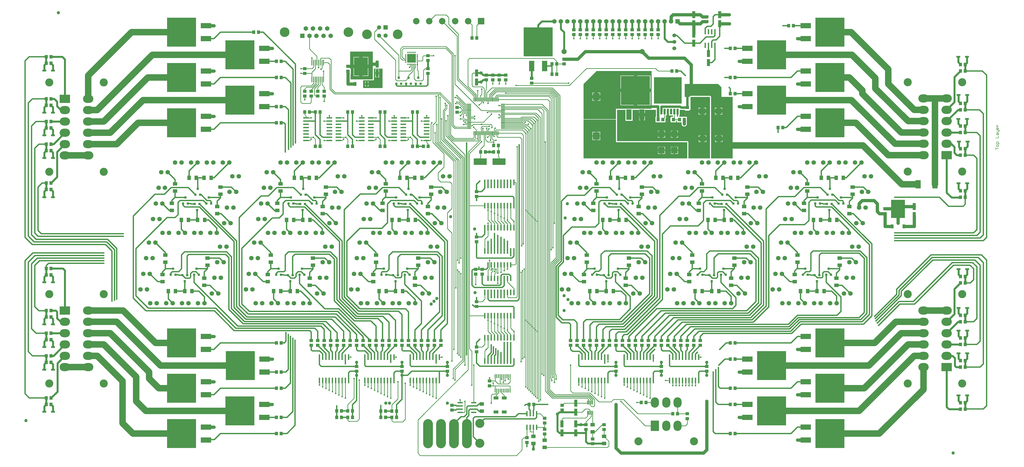
<source format=gtl>
%FSLAX23Y23*%
%MOIN*%
G70*
G01*
G75*
G04 Layer_Physical_Order=1*
G04 Layer_Color=255*
%ADD10R,0.012X0.063*%
%ADD11R,0.050X0.055*%
%ADD12R,0.063X0.012*%
%ADD13R,0.055X0.050*%
%ADD14R,0.012X0.024*%
%ADD15R,0.024X0.012*%
%ADD16R,0.132X0.132*%
%ADD17R,0.024X0.081*%
%ADD18R,0.024X0.087*%
%ADD19R,0.075X0.051*%
%ADD20R,0.089X0.024*%
%ADD21R,0.055X0.065*%
%ADD22R,0.065X0.055*%
%ADD23R,0.035X0.037*%
%ADD24R,0.035X0.037*%
%ADD25R,0.100X0.100*%
%ADD26R,0.050X0.110*%
%ADD27R,0.110X0.115*%
%ADD28R,0.080X0.160*%
%ADD29R,0.450X0.450*%
%ADD30R,0.036X0.085*%
%ADD31R,0.425X0.410*%
%ADD32R,0.016X0.085*%
%ADD33R,0.016X0.085*%
%ADD34R,0.200X0.100*%
%ADD35R,0.063X0.031*%
%ADD36R,0.039X0.063*%
%ADD37R,0.160X0.080*%
%ADD38R,0.450X0.450*%
%ADD39R,0.217X0.280*%
%ADD40R,0.081X0.024*%
%ADD41R,0.012X0.063*%
%ADD42C,0.050*%
%ADD43R,0.102X0.094*%
%ADD44R,0.079X0.126*%
%ADD45R,0.079X0.126*%
%ADD46C,0.010*%
%ADD47C,0.020*%
%ADD48C,0.050*%
%ADD49C,0.030*%
%ADD50C,0.100*%
%ADD51C,0.150*%
%ADD52C,0.035*%
%ADD53C,0.040*%
%ADD54C,0.005*%
%ADD55C,0.100*%
%ADD56R,0.100X0.100*%
%ADD57C,0.125*%
%ADD58O,0.125X0.160*%
%ADD59R,0.125X0.160*%
%ADD60C,0.065*%
%ADD61R,0.065X0.065*%
%ADD62C,0.079*%
%ADD63R,0.160X0.125*%
%ADD64O,0.160X0.125*%
%ADD65C,0.070*%
%ADD66R,0.070X0.070*%
%ADD67C,0.060*%
%ADD68C,0.150*%
%ADD69R,0.070X0.070*%
%ADD70C,0.150*%
%ADD71C,0.140*%
%ADD72C,0.024*%
G36*
X9750Y5415D02*
X9200D01*
Y5256D01*
X8700D01*
Y5800D01*
X8900Y6000D01*
X9750D01*
Y5415D01*
D02*
G37*
G36*
X5600Y5735D02*
X5300D01*
Y5855D01*
X5450D01*
X5456Y5856D01*
X5461Y5859D01*
X5464Y5864D01*
X5465Y5870D01*
Y6035D01*
X5600D01*
Y5735D01*
D02*
G37*
G36*
X5450Y5870D02*
X5105D01*
X5105Y5956D01*
X5108Y5958D01*
X5108D01*
Y6038D01*
X5100D01*
Y6300D01*
X5450D01*
Y5870D01*
D02*
G37*
G36*
X9200Y4900D02*
X10300D01*
Y4650D01*
X8700D01*
Y5250D01*
X9200D01*
Y4900D01*
D02*
G37*
G36*
X10825Y5750D02*
Y5600D01*
X11000D01*
Y4650D01*
X10665D01*
Y5600D01*
X10664Y5606D01*
X10661Y5611D01*
X10656Y5614D01*
X10650Y5615D01*
X10350D01*
X10344Y5614D01*
X10339Y5611D01*
X10336Y5606D01*
X10335Y5600D01*
X10260D01*
Y5800D01*
X10775D01*
X10825Y5750D01*
D02*
G37*
G36*
X10650Y4650D02*
X10315D01*
Y4900D01*
X10314Y4906D01*
X10311Y4911D01*
X10306Y4914D01*
X10300Y4915D01*
X9215D01*
Y5250D01*
X9215Y5253D01*
X9215Y5256D01*
Y5400D01*
X9345D01*
Y5230D01*
X9455D01*
Y5400D01*
X9554D01*
Y5350D01*
X9646D01*
Y5400D01*
X9750D01*
X9751Y5400D01*
X9815D01*
Y5293D01*
X9808D01*
Y5207D01*
X9962D01*
Y5261D01*
X9964Y5264D01*
X9969Y5270D01*
X9970Y5278D01*
Y5314D01*
X9983D01*
Y5324D01*
X9983D01*
Y5372D01*
X10017D01*
Y5324D01*
X10017D01*
Y5314D01*
X10080D01*
Y5293D01*
X10047D01*
Y5284D01*
X10047D01*
X10044D01*
X10043Y5284D01*
X10043Y5284D01*
Y5284D01*
X10038D01*
Y5250D01*
Y5216D01*
X10043D01*
X10047Y5213D01*
Y5207D01*
X10127D01*
Y5230D01*
X10138D01*
Y5207D01*
X10212D01*
Y5182D01*
X10213Y5172D01*
X10217Y5162D01*
X10223Y5153D01*
X10232Y5147D01*
X10242Y5143D01*
X10252Y5142D01*
X10262Y5143D01*
X10272Y5147D01*
X10281Y5153D01*
X10287Y5162D01*
X10291Y5172D01*
X10292Y5182D01*
Y5250D01*
X10292Y5253D01*
Y5293D01*
X10179D01*
X10176Y5297D01*
X10176Y5298D01*
X10177Y5305D01*
X10176Y5312D01*
X10175Y5314D01*
Y5314D01*
X10183D01*
Y5400D01*
X10257D01*
Y5397D01*
X10263D01*
X10267Y5393D01*
Y5388D01*
X10333D01*
Y5393D01*
X10333Y5393D01*
D01*
D01*
X10333Y5394D01*
D01*
X10337Y5397D01*
X10342D01*
Y5400D01*
X10350D01*
Y5600D01*
X10650D01*
Y4650D01*
D02*
G37*
%LPC*%
G36*
X10843Y5008D02*
X10811D01*
Y4980D01*
X10843D01*
Y5008D01*
D02*
G37*
G36*
X10761D02*
X10729D01*
Y4980D01*
X10761D01*
Y5008D01*
D02*
G37*
G36*
X10156Y5000D02*
X10125D01*
Y4969D01*
X10156D01*
Y5000D01*
D02*
G37*
G36*
X10075D02*
X10044D01*
Y4969D01*
X10075D01*
Y5000D01*
D02*
G37*
G36*
X10591Y5008D02*
X10559D01*
Y4980D01*
X10591D01*
Y5008D01*
D02*
G37*
G36*
X10509D02*
X10477D01*
Y4980D01*
X10509D01*
Y5008D01*
D02*
G37*
G36*
X10156Y5081D02*
X10125D01*
Y5050D01*
X10156D01*
Y5081D01*
D02*
G37*
G36*
X10075D02*
X10044D01*
Y5050D01*
X10075D01*
Y5081D01*
D02*
G37*
G36*
X9575Y5300D02*
X9554D01*
Y5239D01*
X9575D01*
Y5300D01*
D02*
G37*
G36*
X9988Y5225D02*
X9982D01*
Y5216D01*
X9988D01*
Y5225D01*
D02*
G37*
G36*
X8956Y5061D02*
X8905D01*
Y5008D01*
X8956D01*
Y5061D01*
D02*
G37*
G36*
X8885D02*
X8834D01*
Y5008D01*
X8885D01*
Y5061D01*
D02*
G37*
G36*
X9956Y5081D02*
X9925D01*
Y5050D01*
X9956D01*
Y5081D01*
D02*
G37*
G36*
X9875D02*
X9844D01*
Y5050D01*
X9875D01*
Y5081D01*
D02*
G37*
G36*
X9956Y4831D02*
X9910D01*
Y4785D01*
X9956D01*
Y4831D01*
D02*
G37*
G36*
X9890D02*
X9844D01*
Y4785D01*
X9890D01*
Y4831D01*
D02*
G37*
G36*
X10156D02*
X10110D01*
Y4785D01*
X10156D01*
Y4831D01*
D02*
G37*
G36*
X10090D02*
X10044D01*
Y4785D01*
X10090D01*
Y4831D01*
D02*
G37*
G36*
X9956Y4765D02*
X9910D01*
Y4719D01*
X9956D01*
Y4765D01*
D02*
G37*
G36*
X9890D02*
X9844D01*
Y4719D01*
X9890D01*
Y4765D01*
D02*
G37*
G36*
X10156D02*
X10110D01*
Y4719D01*
X10156D01*
Y4765D01*
D02*
G37*
G36*
X10090D02*
X10044D01*
Y4719D01*
X10090D01*
Y4765D01*
D02*
G37*
G36*
X8956Y4988D02*
X8905D01*
Y4934D01*
X8956D01*
Y4988D01*
D02*
G37*
G36*
X8885D02*
X8834D01*
Y4934D01*
X8885D01*
Y4988D01*
D02*
G37*
G36*
X9956Y5000D02*
X9925D01*
Y4969D01*
X9956D01*
Y5000D01*
D02*
G37*
G36*
X9875D02*
X9844D01*
Y4969D01*
X9875D01*
Y5000D01*
D02*
G37*
G36*
X10591Y4930D02*
X10559D01*
Y4902D01*
X10591D01*
Y4930D01*
D02*
G37*
G36*
X10509D02*
X10477D01*
Y4902D01*
X10509D01*
Y4930D01*
D02*
G37*
G36*
X10843D02*
X10811D01*
Y4902D01*
X10843D01*
Y4930D01*
D02*
G37*
G36*
X10761D02*
X10729D01*
Y4902D01*
X10761D01*
Y4930D01*
D02*
G37*
G36*
X5381Y5790D02*
X5365D01*
Y5763D01*
X5381D01*
Y5790D01*
D02*
G37*
G36*
X5345D02*
X5329D01*
Y5763D01*
X5345D01*
Y5790D01*
D02*
G37*
G36*
X5381Y5838D02*
X5365D01*
Y5810D01*
X5381D01*
Y5838D01*
D02*
G37*
G36*
X5345D02*
X5329D01*
Y5810D01*
X5345D01*
Y5838D01*
D02*
G37*
G36*
X8956Y5666D02*
X8920D01*
Y5628D01*
X8956D01*
Y5666D01*
D02*
G37*
G36*
X8870D02*
X8834D01*
Y5628D01*
X8870D01*
Y5666D01*
D02*
G37*
G36*
X9731Y5931D02*
X9525D01*
Y5725D01*
X9731D01*
Y5931D01*
D02*
G37*
G36*
X9475D02*
X9269D01*
Y5725D01*
X9475D01*
Y5931D01*
D02*
G37*
G36*
X5546Y6026D02*
X5525D01*
Y5975D01*
X5546D01*
Y6026D01*
D02*
G37*
G36*
X5505D02*
X5484D01*
Y5975D01*
X5505D01*
Y6026D01*
D02*
G37*
G36*
X5379Y6216D02*
X5290D01*
Y6095D01*
X5379D01*
Y6216D01*
D02*
G37*
G36*
X5240D02*
X5151D01*
Y6095D01*
X5240D01*
Y6216D01*
D02*
G37*
G36*
X5546Y5955D02*
X5525D01*
Y5904D01*
X5546D01*
Y5955D01*
D02*
G37*
G36*
X5505D02*
X5484D01*
Y5904D01*
X5505D01*
Y5955D01*
D02*
G37*
G36*
X5379Y6045D02*
X5290D01*
Y5924D01*
X5379D01*
Y6045D01*
D02*
G37*
G36*
X5240D02*
X5151D01*
Y5924D01*
X5240D01*
Y6045D01*
D02*
G37*
G36*
X10838Y5355D02*
X10806D01*
Y5327D01*
X10838D01*
Y5355D01*
D02*
G37*
G36*
X10756D02*
X10724D01*
Y5327D01*
X10756D01*
Y5355D01*
D02*
G37*
G36*
X10333Y5338D02*
X10325D01*
Y5332D01*
X10333D01*
Y5338D01*
D02*
G37*
G36*
X10275D02*
X10267D01*
Y5332D01*
X10275D01*
Y5338D01*
D02*
G37*
G36*
X9988Y5284D02*
X9982D01*
Y5275D01*
X9988D01*
Y5284D01*
D02*
G37*
G36*
X9646Y5300D02*
X9625D01*
Y5239D01*
X9646D01*
Y5300D01*
D02*
G37*
G36*
X10586Y5355D02*
X10554D01*
Y5327D01*
X10586D01*
Y5355D01*
D02*
G37*
G36*
X10504D02*
X10472D01*
Y5327D01*
X10504D01*
Y5355D01*
D02*
G37*
G36*
X9731Y5675D02*
X9525D01*
Y5469D01*
X9731D01*
Y5675D01*
D02*
G37*
G36*
X9475D02*
X9269D01*
Y5469D01*
X9475D01*
Y5675D01*
D02*
G37*
G36*
X8956Y5577D02*
X8920D01*
Y5539D01*
X8956D01*
Y5577D01*
D02*
G37*
G36*
X8870D02*
X8834D01*
Y5539D01*
X8870D01*
Y5577D01*
D02*
G37*
G36*
X10586Y5433D02*
X10554D01*
Y5405D01*
X10586D01*
Y5433D01*
D02*
G37*
G36*
X10504D02*
X10472D01*
Y5405D01*
X10504D01*
Y5433D01*
D02*
G37*
G36*
X10838D02*
X10806D01*
Y5405D01*
X10838D01*
Y5433D01*
D02*
G37*
G36*
X10756D02*
X10724D01*
Y5405D01*
X10756D01*
Y5433D01*
D02*
G37*
%LPD*%
D10*
X7225Y5560D02*
D03*
X7126Y5040D02*
D03*
X7565Y1287D02*
D03*
X7540D02*
D03*
X7514D02*
D03*
X7488D02*
D03*
X7463D02*
D03*
X7437D02*
D03*
X7412D02*
D03*
X7386D02*
D03*
X7360D02*
D03*
X7335D02*
D03*
X7565Y1063D02*
D03*
X7540D02*
D03*
X7514D02*
D03*
X7488D02*
D03*
X7463D02*
D03*
X7437D02*
D03*
X7412D02*
D03*
X7386D02*
D03*
X7360D02*
D03*
X7335D02*
D03*
X7244Y5560D02*
D03*
X7264D02*
D03*
X7284D02*
D03*
X7205D02*
D03*
X7067D02*
D03*
X7087D02*
D03*
X7264Y5040D02*
D03*
X7382Y5560D02*
D03*
X7362D02*
D03*
X7343D02*
D03*
X7323D02*
D03*
X7303D02*
D03*
X7185D02*
D03*
X7165D02*
D03*
X7146D02*
D03*
X7126D02*
D03*
X7106D02*
D03*
X7047D02*
D03*
X7028D02*
D03*
X7008D02*
D03*
X7382Y5040D02*
D03*
X7362D02*
D03*
X7323D02*
D03*
X7303D02*
D03*
X7284D02*
D03*
X7244D02*
D03*
X7225D02*
D03*
X7205D02*
D03*
X7185D02*
D03*
X7165D02*
D03*
X7146D02*
D03*
X7106D02*
D03*
X7087D02*
D03*
X7067D02*
D03*
X7047D02*
D03*
X7028D02*
D03*
X7008D02*
D03*
X7343D02*
D03*
X8839Y881D02*
D03*
X8820Y881D02*
D03*
X8800Y881D02*
D03*
X8780D02*
D03*
X8761D02*
D03*
X8820Y719D02*
D03*
X8800D02*
D03*
X8780D02*
D03*
X8761D02*
D03*
D11*
X7052Y6510D02*
D03*
X5137Y650D02*
D03*
X5063D02*
D03*
Y750D02*
D03*
X5137D02*
D03*
X5817Y650D02*
D03*
X5743D02*
D03*
Y745D02*
D03*
X5817D02*
D03*
X4398Y5365D02*
D03*
X4472D02*
D03*
X6978Y6510D02*
D03*
X4637Y4835D02*
D03*
X4563D02*
D03*
X10963Y400D02*
D03*
X11037D02*
D03*
Y850D02*
D03*
X10963D02*
D03*
Y1100D02*
D03*
X11037D02*
D03*
Y1550D02*
D03*
X10963D02*
D03*
Y1800D02*
D03*
X11037D02*
D03*
X3613Y6600D02*
D03*
X3687D02*
D03*
X4037Y6150D02*
D03*
X3963D02*
D03*
Y5900D02*
D03*
X4037D02*
D03*
Y5450D02*
D03*
X3963D02*
D03*
Y5200D02*
D03*
X4037D02*
D03*
X5063Y4835D02*
D03*
X5137D02*
D03*
X10137Y6000D02*
D03*
X10063D02*
D03*
X10013Y5250D02*
D03*
X10087D02*
D03*
X10252D02*
D03*
X10178D02*
D03*
X7387Y4850D02*
D03*
X7313D02*
D03*
X14587Y775D02*
D03*
X14513D02*
D03*
Y875D02*
D03*
X14587D02*
D03*
Y1425D02*
D03*
X14513D02*
D03*
Y1525D02*
D03*
X14587D02*
D03*
Y1775D02*
D03*
X14513D02*
D03*
Y1875D02*
D03*
X14587D02*
D03*
Y2125D02*
D03*
X14513D02*
D03*
Y2225D02*
D03*
X14587D02*
D03*
Y2725D02*
D03*
X14513D02*
D03*
Y2825D02*
D03*
X14587D02*
D03*
X413Y6220D02*
D03*
X487D02*
D03*
Y6120D02*
D03*
X413D02*
D03*
Y5570D02*
D03*
X487D02*
D03*
Y5470D02*
D03*
X413D02*
D03*
Y5220D02*
D03*
X487D02*
D03*
Y5120D02*
D03*
X413D02*
D03*
Y4870D02*
D03*
X487D02*
D03*
Y4770D02*
D03*
X413D02*
D03*
Y4270D02*
D03*
X487D02*
D03*
Y4170D02*
D03*
X413D02*
D03*
X8213Y6110D02*
D03*
X8287D02*
D03*
X4967Y650D02*
D03*
X4893D02*
D03*
Y750D02*
D03*
X4967D02*
D03*
X11698Y5125D02*
D03*
X11772D02*
D03*
X11037Y5650D02*
D03*
X10963D02*
D03*
Y5900D02*
D03*
X11037D02*
D03*
Y6350D02*
D03*
X10963D02*
D03*
X11863Y6700D02*
D03*
X11937D02*
D03*
X5573Y650D02*
D03*
X5647D02*
D03*
X4037Y1800D02*
D03*
X3963D02*
D03*
Y1350D02*
D03*
X4037D02*
D03*
Y1100D02*
D03*
X3963D02*
D03*
Y650D02*
D03*
X4037D02*
D03*
Y400D02*
D03*
X3963D02*
D03*
X5573Y745D02*
D03*
X5647D02*
D03*
X14587Y4050D02*
D03*
X14513D02*
D03*
Y4150D02*
D03*
X14587D02*
D03*
Y4700D02*
D03*
X14513D02*
D03*
Y4800D02*
D03*
X14587D02*
D03*
Y5050D02*
D03*
X14513D02*
D03*
Y5150D02*
D03*
X14587D02*
D03*
Y5400D02*
D03*
X14513D02*
D03*
Y5500D02*
D03*
X14587D02*
D03*
Y6000D02*
D03*
X14513D02*
D03*
Y6100D02*
D03*
X14587D02*
D03*
X413Y2950D02*
D03*
X487D02*
D03*
Y2850D02*
D03*
X413D02*
D03*
Y2300D02*
D03*
X487D02*
D03*
Y2200D02*
D03*
X413D02*
D03*
Y1950D02*
D03*
X487D02*
D03*
Y1850D02*
D03*
X413D02*
D03*
Y1600D02*
D03*
X487D02*
D03*
Y1500D02*
D03*
X413D02*
D03*
Y950D02*
D03*
X487D02*
D03*
Y850D02*
D03*
X413D02*
D03*
X6302Y4835D02*
D03*
X6228D02*
D03*
X5563D02*
D03*
X5637D02*
D03*
X6137D02*
D03*
X6063D02*
D03*
X9662Y879D02*
D03*
X9588D02*
D03*
X10076Y705D02*
D03*
X10150D02*
D03*
X9922Y5250D02*
D03*
X9848D02*
D03*
X8287Y5950D02*
D03*
X8213D02*
D03*
X6063Y5365D02*
D03*
X6137D02*
D03*
X5563D02*
D03*
X5637D02*
D03*
X5063D02*
D03*
X5137D02*
D03*
X4563D02*
D03*
X4637D02*
D03*
X7932Y850D02*
D03*
X7858D02*
D03*
X7113Y4750D02*
D03*
X7187D02*
D03*
X7387D02*
D03*
X7313D02*
D03*
D12*
X6935Y5152D02*
D03*
X7455Y5369D02*
D03*
X6935Y5172D02*
D03*
Y5251D02*
D03*
Y5467D02*
D03*
Y5487D02*
D03*
Y5448D02*
D03*
Y5428D02*
D03*
Y5408D02*
D03*
Y5389D02*
D03*
Y5369D02*
D03*
Y5349D02*
D03*
Y5330D02*
D03*
Y5310D02*
D03*
Y5290D02*
D03*
Y5270D02*
D03*
Y5231D02*
D03*
Y5211D02*
D03*
Y5192D02*
D03*
Y5133D02*
D03*
Y5113D02*
D03*
X7455Y5487D02*
D03*
Y5467D02*
D03*
Y5448D02*
D03*
Y5428D02*
D03*
Y5408D02*
D03*
Y5389D02*
D03*
Y5349D02*
D03*
Y5330D02*
D03*
Y5310D02*
D03*
Y5290D02*
D03*
Y5192D02*
D03*
Y5172D02*
D03*
Y5113D02*
D03*
Y5133D02*
D03*
Y5152D02*
D03*
Y5211D02*
D03*
Y5231D02*
D03*
Y5251D02*
D03*
Y5270D02*
D03*
D13*
X7300Y5863D02*
D03*
Y5937D02*
D03*
X9550Y6563D02*
D03*
Y6637D02*
D03*
X9450D02*
D03*
Y6563D02*
D03*
X9350D02*
D03*
Y6637D02*
D03*
X9250D02*
D03*
Y6563D02*
D03*
X9150D02*
D03*
Y6637D02*
D03*
X9050D02*
D03*
Y6563D02*
D03*
X8950D02*
D03*
Y6637D02*
D03*
X8850D02*
D03*
Y6563D02*
D03*
X8840Y243D02*
D03*
Y317D02*
D03*
X9015Y537D02*
D03*
Y463D02*
D03*
X8100Y393D02*
D03*
Y467D02*
D03*
X7825Y263D02*
D03*
Y337D02*
D03*
X7400Y5937D02*
D03*
Y5863D02*
D03*
X8400Y6184D02*
D03*
Y6110D02*
D03*
X8100Y637D02*
D03*
Y563D02*
D03*
X9850Y6563D02*
D03*
Y6637D02*
D03*
X9750D02*
D03*
Y6563D02*
D03*
X9650D02*
D03*
Y6637D02*
D03*
X8750D02*
D03*
Y6563D02*
D03*
X8650D02*
D03*
Y6637D02*
D03*
X8550D02*
D03*
Y6563D02*
D03*
X6300Y6237D02*
D03*
Y6163D02*
D03*
X7900Y5887D02*
D03*
Y5813D02*
D03*
X7500Y5937D02*
D03*
Y5863D02*
D03*
X4500Y1837D02*
D03*
Y1763D02*
D03*
X5200D02*
D03*
Y1837D02*
D03*
X5900D02*
D03*
Y1763D02*
D03*
X8500D02*
D03*
Y1837D02*
D03*
X9200D02*
D03*
Y1763D02*
D03*
X9900D02*
D03*
Y1837D02*
D03*
X4600D02*
D03*
Y1763D02*
D03*
X5300D02*
D03*
Y1837D02*
D03*
X6000D02*
D03*
Y1763D02*
D03*
X8600D02*
D03*
Y1837D02*
D03*
X9300D02*
D03*
Y1763D02*
D03*
X10000D02*
D03*
Y1837D02*
D03*
X4700D02*
D03*
Y1763D02*
D03*
X5400D02*
D03*
Y1837D02*
D03*
X6100D02*
D03*
Y1763D02*
D03*
X8700D02*
D03*
Y1837D02*
D03*
X9400D02*
D03*
Y1763D02*
D03*
X10100D02*
D03*
Y1837D02*
D03*
X4800D02*
D03*
Y1763D02*
D03*
X5500D02*
D03*
Y1837D02*
D03*
X6200D02*
D03*
Y1763D02*
D03*
X8800D02*
D03*
Y1837D02*
D03*
X9500D02*
D03*
Y1763D02*
D03*
X10200D02*
D03*
Y1837D02*
D03*
X4900D02*
D03*
Y1763D02*
D03*
X5600D02*
D03*
Y1837D02*
D03*
X6300D02*
D03*
Y1763D02*
D03*
X8900D02*
D03*
Y1837D02*
D03*
X9600D02*
D03*
Y1763D02*
D03*
X10300D02*
D03*
Y1837D02*
D03*
X5000D02*
D03*
Y1763D02*
D03*
X5700D02*
D03*
Y1837D02*
D03*
X6400D02*
D03*
Y1763D02*
D03*
X9000D02*
D03*
Y1837D02*
D03*
X9700D02*
D03*
Y1763D02*
D03*
X10400D02*
D03*
Y1837D02*
D03*
X5100D02*
D03*
Y1763D02*
D03*
X5800D02*
D03*
Y1837D02*
D03*
X6500D02*
D03*
Y1763D02*
D03*
X9100D02*
D03*
Y1837D02*
D03*
X9800D02*
D03*
Y1763D02*
D03*
X10500D02*
D03*
Y1837D02*
D03*
X7035Y2937D02*
D03*
Y2863D02*
D03*
X10300Y705D02*
D03*
Y631D02*
D03*
X7135Y2937D02*
D03*
Y2863D02*
D03*
X7250Y1212D02*
D03*
Y1138D02*
D03*
X10600Y1363D02*
D03*
Y1437D02*
D03*
X7050Y3437D02*
D03*
Y3363D02*
D03*
Y1737D02*
D03*
Y1663D02*
D03*
X5200Y1437D02*
D03*
Y1363D02*
D03*
X7050Y4137D02*
D03*
Y4063D02*
D03*
Y2437D02*
D03*
Y2363D02*
D03*
X5900Y1437D02*
D03*
Y1363D02*
D03*
X13350Y3798D02*
D03*
Y3872D02*
D03*
X10300Y5437D02*
D03*
Y5363D02*
D03*
X6600Y1437D02*
D03*
Y1363D02*
D03*
X10600Y6837D02*
D03*
Y6763D02*
D03*
X5065Y5998D02*
D03*
Y6072D02*
D03*
X6670Y763D02*
D03*
Y837D02*
D03*
X9200Y1437D02*
D03*
Y1363D02*
D03*
X8735Y537D02*
D03*
Y463D02*
D03*
X8370Y837D02*
D03*
Y763D02*
D03*
X9900Y1437D02*
D03*
Y1363D02*
D03*
X6750Y5437D02*
D03*
Y5363D02*
D03*
X4500Y5613D02*
D03*
Y5687D02*
D03*
X4400D02*
D03*
Y5613D02*
D03*
X4600D02*
D03*
Y5687D02*
D03*
X4700D02*
D03*
Y5613D02*
D03*
X4400Y6037D02*
D03*
Y5963D02*
D03*
X7200Y5937D02*
D03*
Y5863D02*
D03*
X6300Y6037D02*
D03*
Y5963D02*
D03*
D14*
X5986Y6286D02*
D03*
X6006D02*
D03*
X6025D02*
D03*
X6045D02*
D03*
X6065D02*
D03*
X6084D02*
D03*
X6104D02*
D03*
Y6104D02*
D03*
X6084D02*
D03*
X6065D02*
D03*
X6045D02*
D03*
X6025D02*
D03*
X6006D02*
D03*
X5986Y6104D02*
D03*
D15*
X5954Y6132D02*
D03*
Y6152D02*
D03*
Y6171D02*
D03*
Y6191D02*
D03*
Y6211D02*
D03*
Y6230D02*
D03*
Y6250D02*
D03*
X6136Y6254D02*
D03*
Y6234D02*
D03*
Y6215D02*
D03*
Y6195D02*
D03*
Y6175D02*
D03*
Y6156D02*
D03*
Y6136D02*
D03*
D16*
X6045Y6195D02*
D03*
D17*
X7325Y3005D02*
D03*
X7275D02*
D03*
X7575D02*
D03*
X7525D02*
D03*
X7475D02*
D03*
X7425D02*
D03*
X7375D02*
D03*
X7225D02*
D03*
X7575Y2795D02*
D03*
X7525D02*
D03*
X7475D02*
D03*
X7425D02*
D03*
X7375D02*
D03*
X7325D02*
D03*
X7275D02*
D03*
X7225D02*
D03*
X7825Y495D02*
D03*
X7875D02*
D03*
X7925D02*
D03*
X7975D02*
D03*
X7825Y705D02*
D03*
X7875D02*
D03*
X7925D02*
D03*
X7975D02*
D03*
X10725Y6605D02*
D03*
X10675D02*
D03*
X10625D02*
D03*
X10575D02*
D03*
X10725Y6395D02*
D03*
X10675D02*
D03*
X10625D02*
D03*
X10575D02*
D03*
D18*
X5775Y1581D02*
D03*
X5075D02*
D03*
X10475D02*
D03*
X9775D02*
D03*
X9075D02*
D03*
X6475D02*
D03*
X7625Y2581D02*
D03*
X10425Y1581D02*
D03*
X10375D02*
D03*
X10325D02*
D03*
X10275D02*
D03*
X10225D02*
D03*
X10175D02*
D03*
X10125D02*
D03*
X10075D02*
D03*
X10025D02*
D03*
X10475Y1219D02*
D03*
X10375D02*
D03*
X10325D02*
D03*
X10275D02*
D03*
X10225D02*
D03*
X10175D02*
D03*
X10125D02*
D03*
X10075D02*
D03*
X10025D02*
D03*
X4625D02*
D03*
X4675D02*
D03*
X4725D02*
D03*
X4775D02*
D03*
X4825D02*
D03*
X4875D02*
D03*
X4925D02*
D03*
X4975D02*
D03*
X5075D02*
D03*
X4625Y1581D02*
D03*
X4675D02*
D03*
X4725D02*
D03*
X4775D02*
D03*
X4825D02*
D03*
X4875D02*
D03*
X4925D02*
D03*
X4975D02*
D03*
X5025D02*
D03*
X7175Y3919D02*
D03*
X7225D02*
D03*
X7275D02*
D03*
X7325D02*
D03*
X7375D02*
D03*
X7425D02*
D03*
X7475D02*
D03*
X7525D02*
D03*
X7625D02*
D03*
X7175Y4281D02*
D03*
X7225D02*
D03*
X7275D02*
D03*
X7325D02*
D03*
X7375D02*
D03*
X7425D02*
D03*
X7475D02*
D03*
X7525D02*
D03*
X7575D02*
D03*
X7625D02*
D03*
X7175Y2219D02*
D03*
X7225D02*
D03*
X7275D02*
D03*
X7325D02*
D03*
X7375D02*
D03*
X7425D02*
D03*
X7475D02*
D03*
X7525D02*
D03*
X7625D02*
D03*
X7175Y2581D02*
D03*
X7225D02*
D03*
X7275D02*
D03*
X7325D02*
D03*
X7375D02*
D03*
X7425D02*
D03*
X7475D02*
D03*
X7525D02*
D03*
X7575D02*
D03*
X5325Y1219D02*
D03*
X5375D02*
D03*
X5425D02*
D03*
X5475D02*
D03*
X5525D02*
D03*
X5575D02*
D03*
X5625D02*
D03*
X5675D02*
D03*
X5775D02*
D03*
X5325Y1581D02*
D03*
X5375D02*
D03*
X5425D02*
D03*
X5475D02*
D03*
X5525D02*
D03*
X5575D02*
D03*
X5625D02*
D03*
X5675D02*
D03*
X5725D02*
D03*
X6025Y1219D02*
D03*
X6075D02*
D03*
X6125D02*
D03*
X6175D02*
D03*
X6225D02*
D03*
X6275D02*
D03*
X6325D02*
D03*
X6375D02*
D03*
X6475D02*
D03*
X6025Y1581D02*
D03*
X6075D02*
D03*
X6125D02*
D03*
X6175D02*
D03*
X6225D02*
D03*
X6275D02*
D03*
X6325D02*
D03*
X6375D02*
D03*
X6425D02*
D03*
X8625Y1219D02*
D03*
X8675D02*
D03*
X8725D02*
D03*
X8775D02*
D03*
X8825D02*
D03*
X8875D02*
D03*
X8925D02*
D03*
X8975D02*
D03*
X9075D02*
D03*
X8625Y1581D02*
D03*
X8675D02*
D03*
X8725D02*
D03*
X8775D02*
D03*
X8825D02*
D03*
X8875D02*
D03*
X8925D02*
D03*
X8975D02*
D03*
X9025D02*
D03*
X9325Y1219D02*
D03*
X9375D02*
D03*
X9425D02*
D03*
X9475D02*
D03*
X9525D02*
D03*
X9575D02*
D03*
X9625D02*
D03*
X9675D02*
D03*
X9775D02*
D03*
X9325Y1581D02*
D03*
X9375D02*
D03*
X9425D02*
D03*
X9475D02*
D03*
X9525D02*
D03*
X9575D02*
D03*
X9625D02*
D03*
X9675D02*
D03*
X9725D02*
D03*
X7175Y1519D02*
D03*
X7225D02*
D03*
X7275D02*
D03*
X7325D02*
D03*
X7375D02*
D03*
X7425D02*
D03*
X7475D02*
D03*
X7525D02*
D03*
X7575D02*
D03*
X7625D02*
D03*
X7175Y1881D02*
D03*
X7225D02*
D03*
X7275D02*
D03*
X7325D02*
D03*
X7375D02*
D03*
X7425D02*
D03*
X7475D02*
D03*
X7525D02*
D03*
X7575D02*
D03*
X7625D02*
D03*
X7175Y3219D02*
D03*
X7225D02*
D03*
X7275D02*
D03*
X7325D02*
D03*
X7375D02*
D03*
X7425D02*
D03*
X7475D02*
D03*
X7525D02*
D03*
X7575D02*
D03*
X7625D02*
D03*
X7175Y3581D02*
D03*
X7225D02*
D03*
X7275D02*
D03*
X7325D02*
D03*
X7375D02*
D03*
X7425D02*
D03*
X7475D02*
D03*
X7525D02*
D03*
X7575D02*
D03*
X7625D02*
D03*
X7575Y3919D02*
D03*
Y2219D02*
D03*
X5025Y1219D02*
D03*
X5725D02*
D03*
X6425D02*
D03*
X9025D02*
D03*
X9725D02*
D03*
X10425D02*
D03*
D19*
X7476Y733D02*
D03*
Y950D02*
D03*
X7350Y733D02*
D03*
Y950D02*
D03*
D20*
X4780Y4925D02*
D03*
Y4975D02*
D03*
Y5025D02*
D03*
Y5075D02*
D03*
Y5125D02*
D03*
Y5175D02*
D03*
Y5225D02*
D03*
Y5275D02*
D03*
X4420Y4925D02*
D03*
Y4975D02*
D03*
Y5025D02*
D03*
Y5075D02*
D03*
Y5125D02*
D03*
Y5175D02*
D03*
Y5225D02*
D03*
Y5275D02*
D03*
X4920D02*
D03*
Y5225D02*
D03*
Y5175D02*
D03*
Y5125D02*
D03*
Y5075D02*
D03*
Y5025D02*
D03*
Y4975D02*
D03*
Y4925D02*
D03*
X5280Y5275D02*
D03*
Y5225D02*
D03*
Y5175D02*
D03*
Y5125D02*
D03*
Y5075D02*
D03*
Y5025D02*
D03*
Y4975D02*
D03*
Y4925D02*
D03*
X5780D02*
D03*
Y4975D02*
D03*
Y5025D02*
D03*
Y5075D02*
D03*
Y5125D02*
D03*
Y5175D02*
D03*
Y5225D02*
D03*
Y5275D02*
D03*
X5420Y4925D02*
D03*
Y4975D02*
D03*
Y5025D02*
D03*
Y5075D02*
D03*
Y5125D02*
D03*
Y5175D02*
D03*
Y5225D02*
D03*
Y5275D02*
D03*
X5920D02*
D03*
Y5225D02*
D03*
Y5175D02*
D03*
Y5125D02*
D03*
Y5075D02*
D03*
Y5025D02*
D03*
Y4975D02*
D03*
Y4925D02*
D03*
X6280Y5275D02*
D03*
Y5225D02*
D03*
Y5175D02*
D03*
Y5125D02*
D03*
Y5075D02*
D03*
Y5025D02*
D03*
Y4975D02*
D03*
Y4925D02*
D03*
D21*
X12495Y3700D02*
D03*
X10870D02*
D03*
X9245D02*
D03*
X5995D02*
D03*
X4370D02*
D03*
X2745D02*
D03*
X12355D02*
D03*
X10730D02*
D03*
X9105D02*
D03*
X5855D02*
D03*
X4230D02*
D03*
X2605D02*
D03*
X12155Y2600D02*
D03*
X10530D02*
D03*
X8905D02*
D03*
X5655D02*
D03*
X4030D02*
D03*
X2405D02*
D03*
X12300D02*
D03*
X10675D02*
D03*
X9050D02*
D03*
X5800D02*
D03*
X4175D02*
D03*
X2550D02*
D03*
X12595Y4350D02*
D03*
X10970D02*
D03*
X9345D02*
D03*
X6095D02*
D03*
X4470D02*
D03*
X2845D02*
D03*
X12475D02*
D03*
X10850D02*
D03*
X9225D02*
D03*
X5975D02*
D03*
X4350D02*
D03*
X2725D02*
D03*
X2855Y3700D02*
D03*
X2495D02*
D03*
X2295Y2600D02*
D03*
X2660D02*
D03*
X2955Y4350D02*
D03*
X2615D02*
D03*
X4480Y3700D02*
D03*
X4120D02*
D03*
X3920Y2600D02*
D03*
X4285D02*
D03*
X4580Y4350D02*
D03*
X4240D02*
D03*
X6105Y3700D02*
D03*
X5745D02*
D03*
X5545Y2600D02*
D03*
X5910D02*
D03*
X6205Y4350D02*
D03*
X5865D02*
D03*
X9355Y3700D02*
D03*
X8995D02*
D03*
X8795Y2600D02*
D03*
X9160D02*
D03*
X9455Y4350D02*
D03*
X9115D02*
D03*
X10980Y3700D02*
D03*
X10620D02*
D03*
X10420Y2600D02*
D03*
X10785D02*
D03*
X11080Y4350D02*
D03*
X10740D02*
D03*
X12605Y3700D02*
D03*
X12245D02*
D03*
X12045Y2600D02*
D03*
X12410D02*
D03*
X12705Y4350D02*
D03*
X12365D02*
D03*
D22*
X12150Y4145D02*
D03*
X10525D02*
D03*
X8900D02*
D03*
X5650D02*
D03*
X4025D02*
D03*
X2400D02*
D03*
X12100Y3955D02*
D03*
X10475D02*
D03*
X8850D02*
D03*
X5600D02*
D03*
X3975D02*
D03*
X2350D02*
D03*
X12000Y3045D02*
D03*
X10375D02*
D03*
X8750D02*
D03*
X5500D02*
D03*
X3875D02*
D03*
X2250D02*
D03*
X11955Y2855D02*
D03*
X10330D02*
D03*
X8705D02*
D03*
X5455D02*
D03*
X3830D02*
D03*
X2205D02*
D03*
X12600Y2800D02*
D03*
X10975D02*
D03*
X9350D02*
D03*
X6100D02*
D03*
X4475D02*
D03*
X2850D02*
D03*
X12650Y3000D02*
D03*
X11025D02*
D03*
X9400D02*
D03*
X6150D02*
D03*
X4525D02*
D03*
X2900D02*
D03*
X12800Y3905D02*
D03*
X11175D02*
D03*
X9550D02*
D03*
X6300D02*
D03*
X4675D02*
D03*
X3050D02*
D03*
X12850Y4095D02*
D03*
X11225D02*
D03*
X9600D02*
D03*
X6350D02*
D03*
X4725D02*
D03*
X3100D02*
D03*
X7925Y355D02*
D03*
Y245D02*
D03*
X2400Y4255D02*
D03*
X2350Y3845D02*
D03*
X2250Y3155D02*
D03*
X2205Y2745D02*
D03*
X2850Y2690D02*
D03*
X2900Y3110D02*
D03*
X3050Y3795D02*
D03*
X3100Y4205D02*
D03*
X4025Y4255D02*
D03*
X3975Y3845D02*
D03*
X3875Y3155D02*
D03*
X3830Y2745D02*
D03*
X4475Y2690D02*
D03*
X4525Y3110D02*
D03*
X4675Y3795D02*
D03*
X4725Y4205D02*
D03*
X5650Y4255D02*
D03*
X5600Y3845D02*
D03*
X5500Y3155D02*
D03*
X5455Y2745D02*
D03*
X6100Y2690D02*
D03*
X6150Y3110D02*
D03*
X6300Y3795D02*
D03*
X6350Y4205D02*
D03*
X7130Y855D02*
D03*
Y745D02*
D03*
X8900Y4255D02*
D03*
X8850Y3845D02*
D03*
X8750Y3155D02*
D03*
X8705Y2745D02*
D03*
X9350Y2690D02*
D03*
X9400Y3110D02*
D03*
X9550Y3795D02*
D03*
X9600Y4205D02*
D03*
X8100Y295D02*
D03*
Y185D02*
D03*
X8840Y425D02*
D03*
Y535D02*
D03*
X9015Y245D02*
D03*
Y355D02*
D03*
X10525Y4255D02*
D03*
X10475Y3845D02*
D03*
X10375Y3155D02*
D03*
X10330Y2745D02*
D03*
X10975Y2690D02*
D03*
X11025Y3110D02*
D03*
X11175Y3795D02*
D03*
X11225Y4205D02*
D03*
X12150Y4255D02*
D03*
X12100Y3845D02*
D03*
X12000Y3155D02*
D03*
X11955Y2745D02*
D03*
X12600Y2690D02*
D03*
X12650Y3110D02*
D03*
X12800Y3795D02*
D03*
X12850Y4205D02*
D03*
D23*
X12527Y3946D02*
D03*
X12490Y3854D02*
D03*
X10902Y3946D02*
D03*
X10865Y3854D02*
D03*
X9277Y3946D02*
D03*
X9240Y3854D02*
D03*
X6027Y3946D02*
D03*
X5990Y3854D02*
D03*
X4402Y3946D02*
D03*
X4365Y3854D02*
D03*
X2777Y3946D02*
D03*
X2740Y3854D02*
D03*
X12273Y3954D02*
D03*
X12310Y4046D02*
D03*
X10648Y3954D02*
D03*
X10685Y4046D02*
D03*
X9023Y3954D02*
D03*
X9060Y4046D02*
D03*
X5773Y3954D02*
D03*
X5810Y4046D02*
D03*
X4148Y3954D02*
D03*
X4185Y4046D02*
D03*
X2523Y3954D02*
D03*
X2560Y4046D02*
D03*
X12083Y2854D02*
D03*
X12120Y2946D02*
D03*
X10458Y2854D02*
D03*
X10495Y2946D02*
D03*
X8833Y2854D02*
D03*
X8870Y2946D02*
D03*
X5583Y2854D02*
D03*
X5620Y2946D02*
D03*
X3958Y2854D02*
D03*
X3995Y2946D02*
D03*
X2333Y2854D02*
D03*
X2370Y2946D02*
D03*
X12337Y2846D02*
D03*
X12300Y2754D02*
D03*
X10712Y2846D02*
D03*
X10675Y2754D02*
D03*
X9087Y2846D02*
D03*
X9050Y2754D02*
D03*
X5837Y2846D02*
D03*
X5800Y2754D02*
D03*
X4212Y2846D02*
D03*
X4175Y2754D02*
D03*
X2587Y2846D02*
D03*
X2550Y2754D02*
D03*
X12443Y2854D02*
D03*
X12480Y2946D02*
D03*
X10818Y2854D02*
D03*
X10855Y2946D02*
D03*
X9193Y2854D02*
D03*
X9230Y2946D02*
D03*
X5943Y2854D02*
D03*
X5980Y2946D02*
D03*
X4318Y2854D02*
D03*
X4355Y2946D02*
D03*
X2693Y2854D02*
D03*
X2730Y2946D02*
D03*
X12633Y3954D02*
D03*
X12670Y4046D02*
D03*
X11008Y3954D02*
D03*
X11045Y4046D02*
D03*
X9383Y3954D02*
D03*
X9420Y4046D02*
D03*
X6133Y3954D02*
D03*
X6170Y4046D02*
D03*
X4508Y3954D02*
D03*
X4545Y4046D02*
D03*
X2883Y3954D02*
D03*
X2920Y4046D02*
D03*
X12463Y4089D02*
D03*
X12500Y4181D02*
D03*
X10838Y4089D02*
D03*
X10875Y4181D02*
D03*
X9213Y4089D02*
D03*
X9250Y4181D02*
D03*
X5963Y4089D02*
D03*
X6000Y4181D02*
D03*
X4338Y4089D02*
D03*
X4375Y4181D02*
D03*
X2713Y4089D02*
D03*
X2750Y4181D02*
D03*
X5850Y5896D02*
D03*
X6000D02*
D03*
X6150D02*
D03*
X5813Y5804D02*
D03*
X5963D02*
D03*
X6113D02*
D03*
D24*
X12453Y3946D02*
D03*
X10828D02*
D03*
X9203D02*
D03*
X5953D02*
D03*
X4328D02*
D03*
X2703D02*
D03*
X12347Y3954D02*
D03*
X10722D02*
D03*
X9097D02*
D03*
X5847D02*
D03*
X4222D02*
D03*
X2597D02*
D03*
X12157Y2854D02*
D03*
X10532D02*
D03*
X8907D02*
D03*
X5657D02*
D03*
X4032D02*
D03*
X2407D02*
D03*
X12263Y2846D02*
D03*
X10638D02*
D03*
X9013D02*
D03*
X5763D02*
D03*
X4138D02*
D03*
X2513D02*
D03*
X12517Y2854D02*
D03*
X10892D02*
D03*
X9267D02*
D03*
X6017D02*
D03*
X4392D02*
D03*
X2767D02*
D03*
X12707Y3954D02*
D03*
X11082D02*
D03*
X9457D02*
D03*
X6207D02*
D03*
X4582D02*
D03*
X2957D02*
D03*
X12537Y4089D02*
D03*
X10912D02*
D03*
X9287D02*
D03*
X6037D02*
D03*
X4412D02*
D03*
X2787D02*
D03*
X5887Y5804D02*
D03*
X6037D02*
D03*
X6187D02*
D03*
D25*
X10100Y5025D02*
D03*
Y4775D02*
D03*
X9900D02*
D03*
Y5025D02*
D03*
D26*
X10800Y6870D02*
D03*
Y6730D02*
D03*
X5515Y5965D02*
D03*
X13800Y3905D02*
D03*
Y3765D02*
D03*
X10400Y6730D02*
D03*
Y6870D02*
D03*
X5515Y6105D02*
D03*
X10400Y6430D02*
D03*
Y6570D02*
D03*
X10625Y6130D02*
D03*
Y6270D02*
D03*
X8580Y410D02*
D03*
Y550D02*
D03*
X8365Y410D02*
D03*
Y550D02*
D03*
X8580Y730D02*
D03*
Y870D02*
D03*
X7050Y5830D02*
D03*
Y5970D02*
D03*
D27*
X8895Y4997D02*
D03*
Y5602D02*
D03*
D28*
X8100Y6075D02*
D03*
X7900D02*
D03*
X9400Y5325D02*
D03*
X9600D02*
D03*
D29*
X8000Y6450D02*
D03*
X9500Y5700D02*
D03*
D30*
X9850Y5372D02*
D03*
X9900D02*
D03*
X9950D02*
D03*
X10000D02*
D03*
X10050D02*
D03*
X10100D02*
D03*
X10150D02*
D03*
D31*
X10000Y5700D02*
D03*
D32*
X4510Y5871D02*
D03*
D33*
X4536D02*
D03*
X4562D02*
D03*
X4587D02*
D03*
X4613D02*
D03*
X4638D02*
D03*
X4664D02*
D03*
X4690D02*
D03*
X4510Y6129D02*
D03*
X4536D02*
D03*
X4562D02*
D03*
X4587D02*
D03*
X4613D02*
D03*
X4638D02*
D03*
X4664D02*
D03*
X4690D02*
D03*
D34*
X7105Y4600D02*
D03*
X7395D02*
D03*
D35*
X383Y735D02*
D03*
X517D02*
D03*
X14483Y2340D02*
D03*
X14617D02*
D03*
X14483Y990D02*
D03*
X14617D02*
D03*
Y1640D02*
D03*
X14483D02*
D03*
Y1990D02*
D03*
X14617D02*
D03*
X383Y4655D02*
D03*
X517D02*
D03*
Y4050D02*
D03*
X383D02*
D03*
X14617Y2940D02*
D03*
X14483D02*
D03*
X517Y6005D02*
D03*
X383D02*
D03*
Y5355D02*
D03*
X517D02*
D03*
Y5005D02*
D03*
X383D02*
D03*
X14617Y4265D02*
D03*
X14483D02*
D03*
X14488Y4910D02*
D03*
X14622D02*
D03*
X14612Y5260D02*
D03*
X14478D02*
D03*
X14483Y5630D02*
D03*
X14617D02*
D03*
X14612Y6220D02*
D03*
X14478D02*
D03*
X517Y2735D02*
D03*
X383D02*
D03*
Y2085D02*
D03*
X517D02*
D03*
Y1735D02*
D03*
X383D02*
D03*
Y1385D02*
D03*
X517D02*
D03*
D36*
X5355Y5800D02*
D03*
X13640Y3600D02*
D03*
X13460D02*
D03*
X5175Y5800D02*
D03*
D37*
X12125Y5300D02*
D03*
Y5100D02*
D03*
Y500D02*
D03*
Y300D02*
D03*
X11225Y5650D02*
D03*
Y5450D02*
D03*
Y850D02*
D03*
Y650D02*
D03*
X12125Y6000D02*
D03*
Y5800D02*
D03*
Y1200D02*
D03*
Y1000D02*
D03*
X11225Y6350D02*
D03*
Y6150D02*
D03*
Y1550D02*
D03*
Y1350D02*
D03*
X12125Y6700D02*
D03*
Y6500D02*
D03*
Y1900D02*
D03*
Y1700D02*
D03*
X2875D02*
D03*
Y1900D02*
D03*
Y6500D02*
D03*
Y6700D02*
D03*
X3780Y1350D02*
D03*
Y1550D02*
D03*
X3775Y6150D02*
D03*
Y6350D02*
D03*
X2875Y1000D02*
D03*
Y1200D02*
D03*
Y5800D02*
D03*
Y6000D02*
D03*
X3775Y650D02*
D03*
Y850D02*
D03*
Y5450D02*
D03*
Y5650D02*
D03*
X2875Y300D02*
D03*
Y500D02*
D03*
Y5100D02*
D03*
Y5300D02*
D03*
D38*
X12500Y5200D02*
D03*
Y400D02*
D03*
X11600Y5550D02*
D03*
Y750D02*
D03*
X12500Y5900D02*
D03*
Y1100D02*
D03*
X11600Y6250D02*
D03*
Y1450D02*
D03*
X12500Y6600D02*
D03*
Y1800D02*
D03*
X2500D02*
D03*
Y6600D02*
D03*
X3405Y1450D02*
D03*
X3400Y6250D02*
D03*
X2500Y1100D02*
D03*
Y5900D02*
D03*
X3400Y750D02*
D03*
Y5550D02*
D03*
X2500Y400D02*
D03*
Y5200D02*
D03*
D39*
X13550Y3870D02*
D03*
X5265Y6070D02*
D03*
D40*
X7005Y725D02*
D03*
Y775D02*
D03*
Y825D02*
D03*
Y875D02*
D03*
X6795Y725D02*
D03*
Y775D02*
D03*
Y825D02*
D03*
Y875D02*
D03*
D41*
X8839Y719D02*
D03*
D42*
X600Y6900D02*
D03*
X14400Y100D02*
D03*
X100Y600D02*
D03*
X8415Y3730D02*
D03*
X7020Y3560D02*
D03*
X8400Y2300D02*
D03*
X7025Y2575D02*
D03*
X5705Y870D02*
D03*
X5650D02*
D03*
X6600D02*
D03*
X6650Y3750D02*
D03*
X8450Y3950D02*
D03*
X6435Y2485D02*
D03*
X6393Y2443D02*
D03*
X8400Y2530D02*
D03*
X8460Y2470D02*
D03*
X6350Y2400D02*
D03*
X9900Y1500D02*
D03*
X10600D02*
D03*
Y1300D02*
D03*
X9900D02*
D03*
X9200Y1500D02*
D03*
Y1300D02*
D03*
X8660Y537D02*
D03*
X8295Y700D02*
D03*
X7925Y160D02*
D03*
X10945Y6870D02*
D03*
X10950Y6730D02*
D03*
X8900Y4800D02*
D03*
X9000D02*
D03*
X9100D02*
D03*
X9200D02*
D03*
X9300D02*
D03*
X9400D02*
D03*
X9500D02*
D03*
X9600D02*
D03*
X9700D02*
D03*
X8800D02*
D03*
X10252Y5182D02*
D03*
Y4802D02*
D03*
X9300Y5050D02*
D03*
X9400D02*
D03*
X9500D02*
D03*
X9600D02*
D03*
X9700D02*
D03*
X10400Y5100D02*
D03*
Y5250D02*
D03*
X10550D02*
D03*
Y5100D02*
D03*
X10400Y4800D02*
D03*
X10550D02*
D03*
Y5525D02*
D03*
X5200Y1300D02*
D03*
X5900D02*
D03*
X6600D02*
D03*
Y1500D02*
D03*
X5900D02*
D03*
X5200D02*
D03*
X3900Y1550D02*
D03*
X3000Y1900D02*
D03*
Y1200D02*
D03*
X3900Y850D02*
D03*
X3000Y500D02*
D03*
X11100Y1350D02*
D03*
Y650D02*
D03*
X12000Y300D02*
D03*
Y1000D02*
D03*
Y1700D02*
D03*
X11100Y6150D02*
D03*
Y5450D02*
D03*
X12000Y5100D02*
D03*
Y5800D02*
D03*
Y6500D02*
D03*
X3900Y6350D02*
D03*
Y5650D02*
D03*
X3000Y5300D02*
D03*
Y6000D02*
D03*
Y6700D02*
D03*
X5065Y5800D02*
D03*
X13730Y3600D02*
D03*
X13550Y3650D02*
D03*
X7250Y4750D02*
D03*
X7119Y5970D02*
D03*
X7120Y5830D02*
D03*
X5065Y5859D02*
D03*
X5065Y5924D02*
D03*
X10600Y900D02*
D03*
X9200Y850D02*
D03*
X10400Y5525D02*
D03*
D43*
X10781Y5380D02*
D03*
X10529D02*
D03*
X10786Y4955D02*
D03*
X10534D02*
D03*
D44*
X14120Y4250D02*
D03*
D45*
X13860D02*
D03*
D46*
X7225Y5500D02*
Y5560D01*
X7052Y6702D02*
X7120Y6770D01*
X7052Y6510D02*
Y6702D01*
X6940Y4725D02*
X7125Y4910D01*
X7135Y5145D02*
X7245D01*
X7120Y5130D02*
X7135Y5145D01*
X7285Y5125D02*
Y5160D01*
X7270Y5175D02*
X7285Y5160D01*
X7000Y5175D02*
X7270D01*
X6940Y1710D02*
Y4725D01*
X7310Y4930D02*
X7350D01*
X7284Y4956D02*
X7310Y4930D01*
X7223Y4902D02*
X7313D01*
X6920Y4745D02*
X7106Y4931D01*
Y5040D01*
X6935Y5152D02*
X6977D01*
X7000Y5175D01*
X7300Y5800D02*
Y5863D01*
X6015Y6055D02*
X6025Y6065D01*
Y6104D01*
X6136Y6156D02*
X6206D01*
X6136Y6014D02*
Y6136D01*
Y6014D02*
X6150Y6000D01*
X6084Y5881D02*
Y6104D01*
Y6035D02*
X6104Y6055D01*
Y6104D01*
X6065Y5995D02*
Y6104D01*
X6045Y6015D02*
Y6104D01*
X5924Y6191D02*
X5954D01*
X5904Y6171D02*
X5954D01*
X7525Y2740D02*
X7625Y2640D01*
X6485Y4915D02*
Y5590D01*
X6874Y5251D02*
X6935D01*
X6865Y5260D02*
X6874Y5251D01*
X6800Y5260D02*
X6865D01*
X6831Y1536D02*
Y4649D01*
X6878Y5487D02*
X6935D01*
X6745Y5620D02*
X6878Y5487D01*
X6715Y5795D02*
X7121Y5389D01*
X7455D01*
X6700Y1700D02*
Y4605D01*
X6755Y3075D02*
Y4615D01*
X6868Y5467D02*
X6935D01*
X6745Y5590D02*
X6868Y5467D01*
X6720Y5590D02*
X6745D01*
Y5520D02*
X6785D01*
X6857Y5448D01*
X6485Y5665D02*
X6650Y5500D01*
X6475Y5645D02*
X6630Y5490D01*
X6690Y5165D02*
Y6265D01*
X6722Y5133D02*
X6935D01*
X6690Y5165D02*
X6722Y5133D01*
X6670Y5155D02*
Y6255D01*
X6712Y5113D02*
X6935D01*
X6670Y5155D02*
X6712Y5113D01*
X7350Y2885D02*
Y2935D01*
X7325Y2860D02*
X7350Y2885D01*
X7325Y2795D02*
Y2860D01*
X7300Y2910D02*
Y2945D01*
X7275Y2885D02*
X7300Y2910D01*
X7275Y2795D02*
Y2885D01*
X7250Y2945D02*
Y3075D01*
X7225Y2920D02*
X7250Y2945D01*
X7225Y2795D02*
Y2920D01*
X7525Y2740D02*
Y2795D01*
X7625Y2581D02*
Y2640D01*
Y4281D02*
X7644D01*
X7655Y4270D01*
Y3021D02*
Y4270D01*
X7640Y3005D02*
X7655Y3021D01*
X7575Y3005D02*
X7640D01*
X5075Y1581D02*
X5109D01*
X6755Y1635D02*
Y2925D01*
X7275D02*
Y3005D01*
X7375Y2875D02*
Y3005D01*
X7325Y2900D02*
Y3005D01*
X6780Y1610D02*
Y2900D01*
X5775Y1581D02*
X5809D01*
X6805Y1581D02*
Y2870D01*
X6475Y1581D02*
X6514D01*
X7425Y2890D02*
Y3005D01*
X7735Y1510D02*
Y2890D01*
X7675Y2515D02*
Y4830D01*
X7660Y2500D02*
X7675Y2515D01*
X7535Y2500D02*
X7660D01*
X9075Y1510D02*
Y1581D01*
X7475Y2915D02*
Y3005D01*
X7760Y1555D02*
Y2915D01*
X7910Y1025D02*
Y5165D01*
X7785Y1581D02*
Y2940D01*
X9775Y1520D02*
Y1581D01*
X7525Y2940D02*
Y3005D01*
X10475Y1581D02*
X10509D01*
X7625Y1881D02*
Y1975D01*
X7225Y1980D02*
X7275Y1930D01*
Y1881D02*
Y1930D01*
Y1980D02*
X7325Y1930D01*
Y1881D02*
Y1930D01*
Y1980D02*
X7375Y1930D01*
Y1881D02*
Y1930D01*
Y1980D02*
X7425Y1930D01*
Y1881D02*
Y1930D01*
Y3685D02*
Y3919D01*
Y1980D02*
Y2219D01*
Y1980D02*
X7475Y1930D01*
Y1881D02*
Y1930D01*
Y1980D02*
X7525Y1930D01*
Y1881D02*
Y1930D01*
Y1980D02*
X7575Y1930D01*
Y1881D02*
Y1930D01*
X7225Y1725D02*
Y1881D01*
X7625Y3581D02*
Y3675D01*
X7175Y3400D02*
X7225Y3450D01*
X7175Y3219D02*
Y3400D01*
X7225Y3700D02*
X7275Y3650D01*
Y3581D02*
Y3650D01*
Y3695D02*
X7325Y3645D01*
Y3581D02*
Y3645D01*
Y3685D02*
X7375Y3635D01*
Y3581D02*
Y3635D01*
Y3685D02*
X7425Y3635D01*
Y3581D02*
Y3635D01*
Y3685D02*
X7475Y3635D01*
Y3581D02*
Y3635D01*
X7525Y3685D02*
X7575Y3635D01*
Y3581D02*
Y3635D01*
X7475Y3685D02*
X7525Y3635D01*
Y3581D02*
Y3635D01*
X6200Y4925D02*
X6335D01*
X6345Y4935D02*
Y5185D01*
X6335Y4925D02*
X6345Y4935D01*
X5475Y4925D02*
X5500Y4950D01*
X5420Y4925D02*
X5475D01*
X4975D02*
X5000Y4950D01*
X4920Y4925D02*
X4975D01*
X4420D02*
X4475D01*
X4500Y4950D01*
X5975Y4925D02*
X6000Y4950D01*
X5920Y4925D02*
X5975D01*
X5780Y5275D02*
Y5310D01*
X5280Y5275D02*
Y5310D01*
X4780Y5275D02*
Y5310D01*
X6280Y5275D02*
Y5310D01*
X5200Y4925D02*
X5280D01*
X5700D02*
X5780D01*
X5700Y5225D02*
X5780D01*
X5200D02*
X5280D01*
X4700D02*
X4780D01*
X6200D02*
X6280D01*
X4700Y4925D02*
X4780D01*
X4920Y5275D02*
X5000D01*
X5420D02*
X5500D01*
X5920D02*
X6000D01*
X4420D02*
X4500D01*
X5563Y4835D02*
Y4942D01*
X5530Y4975D02*
X5563Y4942D01*
X5920Y4975D02*
X6030D01*
X6063Y4942D01*
Y4835D02*
Y4942D01*
X5420Y4975D02*
X5530D01*
X4420Y5275D02*
Y5303D01*
X6280Y4895D02*
Y4925D01*
Y4895D02*
X6302Y4873D01*
Y4835D02*
Y4873D01*
X4398Y5325D02*
X4420Y5303D01*
X4398Y5325D02*
Y5365D01*
X4920Y4975D02*
X5031D01*
X5063Y4943D01*
Y4835D02*
Y4943D01*
X4420Y4975D02*
X4531D01*
X4563Y4943D01*
Y4835D02*
Y4943D01*
X5850Y5896D02*
Y6243D01*
Y6000D02*
X6030D01*
X6045Y6015D01*
X5800Y5870D02*
Y6165D01*
Y5870D02*
X5820Y5850D01*
X5954D01*
X6000Y5896D01*
Y5930D01*
X6065Y5995D01*
X6150Y5896D02*
Y6000D01*
X7900Y5813D02*
X8470D01*
X4700Y5530D02*
Y5613D01*
X4400Y5555D02*
Y5613D01*
X10087Y5250D02*
X10178D01*
X7660Y5775D02*
X8480D01*
X8060Y1320D02*
Y5340D01*
X7380Y4975D02*
X7720D01*
X7745Y4950D01*
X7362Y4993D02*
X7380Y4975D01*
X7382Y5040D02*
X7740D01*
X7770Y5010D01*
X7350Y5090D02*
X7755D01*
X7810Y5035D01*
X7525Y2510D02*
X7535Y2500D01*
X7525Y2510D02*
Y2581D01*
X6940Y1710D02*
X6975Y1675D01*
X6940Y2219D02*
X7175D01*
X6940Y3919D02*
X7175D01*
X9325Y1150D02*
Y1219D01*
X8625Y1150D02*
Y1219D01*
X7146Y5519D02*
Y5560D01*
X4664Y6039D02*
Y6129D01*
X4650Y6025D02*
X4664Y6039D01*
X7130Y5640D02*
Y5720D01*
X7106Y5616D02*
X7130Y5640D01*
X7106Y5560D02*
Y5616D01*
X4785Y5720D02*
X4860Y5645D01*
X8287Y5950D02*
Y6148D01*
X7008Y5560D02*
Y5612D01*
X6750Y5870D02*
X7008Y5612D01*
X7028Y5560D02*
Y5624D01*
X6770Y5882D02*
X7028Y5624D01*
X6915Y5765D02*
Y6170D01*
X6940Y6195D01*
X8240D01*
X6770Y5882D02*
Y6570D01*
X8240Y6195D02*
X8287Y6148D01*
X7770Y3330D02*
Y5010D01*
X7745Y3300D02*
Y4950D01*
X5325Y1145D02*
Y1219D01*
X6025Y1145D02*
Y1219D01*
X4625Y1150D02*
Y1219D01*
X9650Y6500D02*
Y6563D01*
X9550Y6500D02*
Y6563D01*
X9450Y6500D02*
Y6563D01*
X9350Y6500D02*
Y6563D01*
X9250Y6500D02*
Y6563D01*
X9150Y6500D02*
Y6563D01*
X9050Y6500D02*
Y6563D01*
X8950Y6500D02*
Y6563D01*
X8850Y6500D02*
Y6563D01*
X8750Y6500D02*
Y6563D01*
X8650Y6500D02*
Y6563D01*
X8550Y6500D02*
Y6563D01*
X7343Y5083D02*
X7350Y5090D01*
X7343Y5040D02*
Y5083D01*
X8800Y840D02*
Y881D01*
X8855Y815D02*
X8870Y830D01*
X8825Y815D02*
X8855D01*
X8800Y840D02*
X8825Y815D01*
X8820Y881D02*
Y915D01*
X8780Y881D02*
Y920D01*
X7843Y5152D02*
X7885Y5110D01*
X8580Y730D02*
X8675D01*
X8725Y780D01*
X8780D01*
X8800Y760D01*
Y719D02*
Y760D01*
X8820Y665D02*
Y719D01*
X8761Y671D02*
Y719D01*
X8840Y535D02*
Y719D01*
X8735Y580D02*
X8820Y665D01*
X8735Y537D02*
Y580D01*
X8365Y550D02*
Y620D01*
X8385Y640D01*
X8730D01*
X8761Y671D01*
X8403Y870D02*
X8760D01*
X8370Y837D02*
X8403Y870D01*
X9015Y355D02*
X9090Y280D01*
Y210D02*
Y280D01*
X9065Y185D02*
X9090Y210D01*
X8100Y185D02*
X9065D01*
X8987Y537D02*
X9015D01*
X8875Y425D02*
X8987Y537D01*
X9015Y355D02*
Y463D01*
X8840Y425D02*
X8875D01*
X8840Y317D02*
Y425D01*
X6206Y6156D02*
X6220Y6170D01*
Y6225D01*
X6232Y6237D01*
X6257Y6037D02*
X6300D01*
X6230Y6010D02*
X6257Y6037D01*
X6230Y5870D02*
Y6010D01*
X6115Y5850D02*
X6210D01*
X6084Y5881D02*
X6115Y5850D01*
X6210D02*
X6230Y5870D01*
X4700Y5687D02*
Y5750D01*
X4664Y5786D02*
X4700Y5750D01*
X4664Y5786D02*
Y5871D01*
X4600Y5687D02*
Y5750D01*
X4638Y5788D01*
Y5871D01*
X4568Y5613D02*
X4600D01*
X4550Y5631D02*
X4568Y5613D01*
X4613Y5793D02*
Y5871D01*
X4550Y5631D02*
Y5730D01*
X4500Y5687D02*
Y5710D01*
X4587Y5797D02*
Y5871D01*
X4400Y5687D02*
Y5725D01*
X4425Y5750D01*
X4511D01*
X4500Y5710D02*
X4587Y5797D01*
X4550Y5730D02*
X4613Y5793D01*
X4511Y5750D02*
X4562Y5800D01*
Y5871D01*
X4500Y5520D02*
Y5613D01*
X4480Y5500D02*
X4500Y5520D01*
X4360Y5500D02*
X4480D01*
X4335Y5525D02*
X4360Y5500D01*
X4335Y5525D02*
Y5750D01*
X4355Y5770D01*
X4500D01*
X4536Y5806D01*
Y5871D01*
X4510Y5980D02*
X4562Y6032D01*
Y6129D01*
X4510Y5871D02*
Y5980D01*
X4513Y6037D02*
X4536Y6060D01*
Y6129D01*
X4587D02*
Y6228D01*
X4690Y5871D02*
Y5995D01*
X4675Y1120D02*
Y1219D01*
X4725Y1095D02*
Y1219D01*
X4775Y1070D02*
Y1219D01*
X4825Y1045D02*
Y1219D01*
X4875Y1020D02*
Y1219D01*
X4925Y995D02*
Y1219D01*
X4975Y970D02*
Y1219D01*
X5375Y1120D02*
Y1219D01*
X5425Y1095D02*
Y1219D01*
X5475Y1070D02*
Y1219D01*
X5525Y1045D02*
Y1219D01*
X5575Y1020D02*
Y1219D01*
X5625Y995D02*
Y1219D01*
X5675Y970D02*
Y1219D01*
X6075Y1120D02*
Y1219D01*
X6125Y1095D02*
Y1219D01*
X6175Y1070D02*
Y1219D01*
X6275Y1020D02*
Y1219D01*
X6325Y995D02*
Y1219D01*
X6375Y970D02*
Y1219D01*
X8675Y1120D02*
Y1219D01*
X8725Y1095D02*
Y1219D01*
X8775Y1070D02*
Y1219D01*
X8825Y1045D02*
Y1219D01*
X8875Y1020D02*
Y1219D01*
X8925Y995D02*
Y1219D01*
X8975Y970D02*
Y1219D01*
X9375Y1120D02*
Y1219D01*
X9425Y1095D02*
Y1219D01*
X9475Y1070D02*
Y1219D01*
X9525Y1045D02*
Y1219D01*
X9575Y1020D02*
Y1219D01*
X9625Y995D02*
Y1219D01*
X7825Y337D02*
Y495D01*
X7875Y425D02*
Y495D01*
Y425D02*
X7925D01*
Y355D02*
Y495D01*
X7975D02*
X8095D01*
X8100Y467D02*
Y563D01*
Y295D02*
Y393D01*
X8032Y705D02*
X8100Y637D01*
X7975Y705D02*
X8032D01*
X9950Y5278D02*
Y5372D01*
X9922Y5250D02*
X9950Y5278D01*
X10100Y5263D02*
Y5372D01*
X8287Y6110D02*
X8400D01*
X7395Y4600D02*
Y4670D01*
X7387Y4678D02*
X7395Y4670D01*
X7105Y4600D02*
Y4670D01*
X7113Y4678D01*
X7387D02*
Y4850D01*
X7313D02*
Y4902D01*
X7185Y4940D02*
X7223Y4902D01*
X7185Y4940D02*
Y5040D01*
X4342Y6037D02*
X4513D01*
X4342Y5963D02*
X4507D01*
X7175Y1775D02*
Y1881D01*
X7137Y1737D02*
X7175Y1775D01*
X7050Y1737D02*
X7137D01*
X7175Y2475D02*
Y2581D01*
X7137Y2437D02*
X7175Y2475D01*
X7050Y2437D02*
X7137D01*
X6750Y5437D02*
X6798D01*
X6827Y5408D01*
X6935D01*
X6750Y5363D02*
X6798D01*
X7113Y4798D02*
X7165Y4850D01*
X7113Y4678D02*
Y4798D01*
X7165Y4850D02*
Y5040D01*
X7812Y5133D02*
X7860Y5085D01*
X7455Y5172D02*
X7850D01*
X7455Y5152D02*
X7843D01*
X7455Y5133D02*
X7812D01*
X7455Y5113D02*
X7782D01*
X7835Y5060D01*
X7455Y5192D02*
X7787D01*
X7410Y5290D02*
X7455D01*
X7395Y5275D02*
X7410Y5290D01*
Y5310D02*
X7455D01*
X7395Y5325D02*
X7410Y5310D01*
X7455Y5211D02*
X7759D01*
X7777Y5230D01*
X7845D01*
X7455Y5231D02*
X7746D01*
X7455Y5251D02*
X7736D01*
X7746Y5231D02*
X7765Y5250D01*
X7875D01*
X7736Y5251D02*
X7755Y5270D01*
X7455Y5270D02*
X7725D01*
X7745Y5290D01*
X7755Y5270D02*
X7905D01*
X7745Y5290D02*
X7935D01*
X6795Y725D02*
X6855D01*
X6870Y740D01*
X7455Y5349D02*
X7456Y5350D01*
X7787Y5192D02*
X7800Y5205D01*
X7845Y5230D02*
X7910Y5165D01*
X7875Y5250D02*
X7935Y5190D01*
X7905Y5270D02*
X7960Y5215D01*
X7935Y5290D02*
X7985Y5240D01*
X7397Y5467D02*
X7455D01*
X5743Y745D02*
Y843D01*
X5835Y935D01*
Y1200D01*
X5743Y598D02*
Y650D01*
Y598D02*
X5761Y580D01*
X5910D01*
X5950Y620D01*
Y1175D01*
X7950Y5330D02*
X8010Y5270D01*
X7455Y5330D02*
X7950D01*
X7965Y5350D02*
X8035Y5280D01*
X7456Y5350D02*
X7965D01*
X7455Y5428D02*
X8047D01*
X7455Y5448D02*
X8067D01*
X8135Y5380D01*
X7455Y5487D02*
X8058D01*
X8155Y5390D01*
X8047Y5428D02*
X8085Y5390D01*
X7992Y5408D02*
X8060Y5340D01*
X7455Y5408D02*
X7992D01*
X7185Y5560D02*
Y5700D01*
X7362Y4993D02*
Y5040D01*
X7323D02*
Y5103D01*
X7335Y5115D01*
X9850Y6500D02*
Y6563D01*
X9750Y6500D02*
Y6563D01*
X7303Y5007D02*
X7320Y4990D01*
X7303Y5007D02*
Y5040D01*
X7284Y4956D02*
Y5040D01*
X7264Y4930D02*
Y5040D01*
X7244Y4999D02*
Y5040D01*
X7220Y4975D02*
X7244Y4999D01*
X7225Y5040D02*
Y5090D01*
X7240Y5105D01*
X7146Y5040D02*
Y5114D01*
X7205Y5040D02*
Y5115D01*
X7778Y337D02*
X7825D01*
X7750Y309D02*
X7778Y337D01*
X7750Y145D02*
Y309D01*
X7665Y60D02*
X7750Y145D01*
X6180Y60D02*
X7665D01*
X6145Y95D02*
X6180Y60D01*
X7175Y1519D02*
Y1675D01*
X7067Y4957D02*
Y5040D01*
X7060Y4950D02*
X7067Y4957D01*
X7065Y4920D02*
X7087Y4941D01*
Y5040D01*
X4690Y6129D02*
X4756D01*
X4785Y6100D01*
Y5720D02*
Y6100D01*
X4638Y6129D02*
Y6183D01*
X4655Y6200D01*
X4775D01*
X4805Y6170D01*
Y5730D02*
Y6170D01*
Y5730D02*
X4870Y5665D01*
X7028Y4948D02*
Y5040D01*
X7020Y4940D02*
X7028Y4948D01*
X6995Y4960D02*
X7008Y4973D01*
Y5040D01*
X5900Y6215D02*
X5924Y6191D01*
X5900Y6215D02*
Y6325D01*
X5925Y6350D01*
X6980Y5775D02*
Y5950D01*
Y5775D02*
X7000Y5755D01*
X6980Y5950D02*
X7000Y5970D01*
X7050D01*
X5875Y6200D02*
X5904Y6171D01*
X5875Y6200D02*
Y6340D01*
X5910Y6375D01*
X6935Y5270D02*
X7010D01*
X7020Y5260D01*
X6935Y5290D02*
X7010D01*
X7020Y5300D01*
X9850Y6000D02*
X10063D01*
X9810Y6040D02*
X9850Y6000D01*
X8745Y6040D02*
X9810D01*
X8480Y5775D02*
X8745Y6040D01*
X7185Y5700D02*
X7200Y5715D01*
Y5863D01*
X7000Y5755D02*
X7140D01*
X7165Y5730D01*
Y5560D02*
Y5730D01*
X6935Y5211D02*
X7156D01*
X6850Y5230D02*
X6851Y5231D01*
X6935D01*
X6890Y5310D02*
X6935D01*
X6885Y5315D02*
X6890Y5310D01*
X4510Y6129D02*
Y6200D01*
X4613Y6052D02*
Y6129D01*
X6800Y5310D02*
X6825Y5335D01*
X6885Y5315D02*
Y5325D01*
X6890Y5330D01*
X6935D01*
X6845Y5285D02*
Y5340D01*
X6854Y5349D01*
X6935D01*
X6798Y5363D02*
X6824Y5389D01*
X6935D01*
X6825Y5335D02*
Y5355D01*
X6839Y5369D01*
X6935D01*
X5910Y6375D02*
X6580D01*
X5925Y6350D02*
X6575D01*
X6580Y6375D02*
X6690Y6265D01*
X6575Y6350D02*
X6670Y6255D01*
X5063Y608D02*
Y650D01*
Y608D02*
X5080Y591D01*
X5209D01*
X5240Y622D01*
Y1225D01*
X5063Y750D02*
Y848D01*
X5160Y945D01*
Y1250D01*
X6590Y5415D02*
Y5470D01*
X6847Y5428D02*
X6935D01*
X6555Y5380D02*
X6590Y5415D01*
X6535Y5390D02*
X6565Y5420D01*
Y5500D01*
X6725Y5495D02*
X6780D01*
X6847Y5428D01*
X6857Y5448D02*
X6935D01*
X6750Y5870D02*
Y6540D01*
X7375Y2720D02*
Y2795D01*
X6580Y4995D02*
X6870Y4705D01*
X6580Y4995D02*
Y5215D01*
X6605Y5000D02*
Y5310D01*
Y5000D02*
X6685Y4920D01*
X7065D01*
X6630Y5005D02*
Y5490D01*
X6695Y4940D02*
X7020D01*
X6630Y5005D02*
X6695Y4940D01*
X6650Y5015D02*
Y5500D01*
Y5015D02*
X6705Y4960D01*
X6995D01*
X6510Y4940D02*
X6805Y4645D01*
X6510Y4940D02*
Y5240D01*
X6535Y4945D02*
Y5390D01*
Y4945D02*
X6831Y4649D01*
X6555Y4955D02*
X6851Y4659D01*
X6555Y4955D02*
Y5380D01*
X6460Y4910D02*
Y5620D01*
Y4910D02*
X6755Y4615D01*
X6485Y4915D02*
X6780Y4620D01*
X6730Y2650D02*
Y4605D01*
X6410Y4895D02*
X6700Y4605D01*
X6435Y4900D02*
X6730Y4605D01*
X4860Y5645D02*
X6475D01*
X4870Y5665D02*
X6485D01*
X7047Y5040D02*
Y5088D01*
X7003Y5133D02*
X7047Y5088D01*
X6882Y5192D02*
X6935D01*
X6872Y5202D02*
X6882Y5192D01*
X6848Y5172D02*
X6935D01*
X6435Y4900D02*
Y5172D01*
X6345Y5185D02*
X6360Y5200D01*
X7035Y2700D02*
Y2863D01*
X7535Y1165D02*
X7565Y1195D01*
Y1287D01*
X7335Y1212D02*
Y1287D01*
X7386Y1026D02*
Y1063D01*
X7437Y1028D02*
Y1063D01*
Y1028D02*
X7476Y989D01*
Y950D02*
Y989D01*
X7557Y1138D02*
X7565Y1130D01*
Y1063D02*
Y1130D01*
X7335Y1063D02*
Y1138D01*
X7362Y5560D02*
Y5597D01*
X7375Y5610D01*
X8035Y920D02*
Y5280D01*
X8010Y895D02*
Y5270D01*
X8195Y1250D02*
Y3035D01*
X8215Y1305D02*
Y3025D01*
X7382Y5560D02*
X8145D01*
X8175Y5530D01*
X7343Y5560D02*
Y5605D01*
X7375Y5610D02*
X8165D01*
X8200Y3240D02*
Y5575D01*
X8165Y5610D02*
X8200Y5575D01*
X7343Y5605D02*
X7367Y5630D01*
X7284Y5560D02*
Y5614D01*
X7351Y5681D01*
X7264Y5560D02*
Y5624D01*
X7341Y5701D01*
X7244Y5560D02*
Y5634D01*
X7331Y5721D01*
X8215Y3025D02*
X8295Y3105D01*
X8195Y3035D02*
X8275Y3115D01*
X8235Y3015D02*
X8315Y3095D01*
X8175Y1080D02*
X8251Y1004D01*
X8155Y1070D02*
X8241Y984D01*
X8135Y1060D02*
X8230Y965D01*
X8110Y1055D02*
X8220Y945D01*
X8235Y1315D02*
Y3015D01*
X7205Y5560D02*
Y5660D01*
X7285Y5740D01*
X7367Y5630D02*
X8180D01*
X8225Y3270D02*
Y5585D01*
X8180Y5630D02*
X8225Y5585D01*
X8194Y5701D02*
X8295Y5600D01*
Y3105D02*
Y5600D01*
X7341Y5701D02*
X8194D01*
X8186Y5681D02*
X8275Y5593D01*
Y3115D02*
Y5593D01*
X7351Y5681D02*
X8186D01*
X8250Y3650D02*
Y5590D01*
X8185Y5655D02*
X8250Y5590D01*
X7500Y5655D02*
X8185D01*
X7331Y5721D02*
X8204D01*
X8315Y5610D01*
Y3095D02*
Y5610D01*
X7285Y5740D02*
X8215D01*
X8335Y5620D01*
Y3085D02*
Y5620D01*
X8255Y3005D02*
X8335Y3085D01*
X8255Y1325D02*
Y3005D01*
X8085Y1295D02*
Y5390D01*
X7540Y1240D02*
Y1287D01*
X7463Y1190D02*
Y1287D01*
X8235Y1315D02*
X8250Y1300D01*
X8255Y1325D02*
X8275Y1305D01*
Y1240D02*
Y1305D01*
X8250Y1190D02*
Y1300D01*
X8215Y1305D02*
X8225Y1295D01*
Y1270D02*
Y1295D01*
X8195Y1250D02*
X8210Y1235D01*
Y1215D02*
Y1235D01*
X8110Y1055D02*
Y4902D01*
X8175Y1080D02*
Y5530D01*
X8155Y1070D02*
Y5390D01*
X8135Y1060D02*
Y5380D01*
X7488Y1215D02*
Y1287D01*
X7250Y1212D02*
X7335D01*
X7335Y1212D01*
X7335Y1212D02*
X7382Y1165D01*
X7437Y1287D02*
X7437Y1240D01*
X10300Y550D02*
Y631D01*
X10270Y520D02*
X10300Y550D01*
X10145Y520D02*
X10270D01*
X9662Y879D02*
X9800D01*
X9521D02*
X9588D01*
X7360Y1030D02*
Y1063D01*
X7350Y950D02*
Y990D01*
X7386Y1026D01*
X7340Y1010D02*
X7360Y1030D01*
X7295Y1010D02*
X7340D01*
X8220Y945D02*
X8755D01*
X8230Y965D02*
X8770D01*
X9650Y520D02*
X9800D01*
X7250Y1212D02*
Y1260D01*
X7412Y1165D02*
Y1287D01*
X7382Y1165D02*
X7535D01*
X7305Y1138D02*
Y1180D01*
X7250Y1138D02*
X7557D01*
X6715Y5795D02*
Y6235D01*
X6232Y6237D02*
X6387D01*
X6580Y5215D02*
Y5230D01*
X6510Y5240D02*
Y5260D01*
X6805Y3110D02*
Y4645D01*
X6780Y3035D02*
Y4620D01*
X6410Y4895D02*
Y5045D01*
X7047Y5560D02*
Y5633D01*
X6915Y5765D02*
X7047Y5633D01*
X7067Y5560D02*
Y5695D01*
X6425Y5215D02*
Y5610D01*
X6375Y5165D02*
X6425Y5215D01*
X6375Y4895D02*
Y5165D01*
Y4895D02*
X6545Y4725D01*
Y4515D02*
Y4725D01*
X6455Y4425D02*
X6545Y4515D01*
X6455Y4325D02*
Y4425D01*
Y4325D02*
X6495Y4285D01*
X6640D01*
X6670Y4255D01*
Y3880D02*
Y4255D01*
X6600Y3810D02*
X6670Y3880D01*
X6600Y3565D02*
Y3810D01*
Y3565D02*
X6670Y3495D01*
X6851Y1521D02*
Y4659D01*
X6870Y1455D02*
Y4705D01*
X6920Y1385D02*
Y4745D01*
X6975Y1145D02*
Y1675D01*
X7005Y1455D02*
X7005Y875D01*
X6715Y1385D02*
X6851Y1521D01*
X6145Y95D02*
Y610D01*
X6920Y1385D01*
X6690Y1395D02*
X6831Y1536D01*
X6690Y1250D02*
Y1395D01*
X6715Y1225D02*
Y1385D01*
X9675Y970D02*
Y1219D01*
X10150Y705D02*
Y879D01*
Y705D02*
X10300D01*
X9535D02*
X10076D01*
X9315Y925D02*
X9535Y705D01*
X8755Y945D02*
X8780Y920D01*
X8770Y965D02*
X8820Y915D01*
X8251Y1004D02*
X8788D01*
X8870Y830D02*
Y923D01*
X8788Y1004D02*
X8870Y923D01*
X8839Y881D02*
Y926D01*
X8781Y984D02*
X8839Y926D01*
X8241Y984D02*
X8781D01*
X8535Y1025D02*
X8800D01*
X8500Y1060D02*
X8535Y1025D01*
X8500Y1060D02*
Y1455D01*
X6670Y1520D02*
Y3495D01*
X7156Y5211D02*
X7280Y5335D01*
X7224Y5369D02*
X7455D01*
X7215Y5360D02*
X7224Y5369D01*
X7175Y1675D02*
X7225Y1725D01*
X7126Y5511D02*
Y5560D01*
X7090Y5475D02*
X7126Y5511D01*
X7146Y5519D02*
X7155Y5510D01*
X7120Y5100D02*
Y5130D01*
Y5100D02*
X7126Y5094D01*
Y5040D02*
Y5094D01*
X7225Y3450D02*
Y3650D01*
X7400Y5800D02*
Y5863D01*
X7500Y5800D02*
Y5863D01*
X9275Y895D02*
X9650Y520D01*
X7575Y2025D02*
X7625Y1975D01*
X7575Y2025D02*
Y2219D01*
Y3725D02*
X7625Y3675D01*
X7575Y3725D02*
Y3919D01*
X9965Y1220D02*
X10024D01*
X10125Y1140D02*
Y1219D01*
X10175Y1140D02*
Y1219D01*
X10225Y1140D02*
Y1219D01*
X10275Y1140D02*
Y1219D01*
X10325Y1140D02*
Y1219D01*
X7275Y1980D02*
Y2219D01*
Y3695D02*
Y3919D01*
X7835Y1095D02*
Y5060D01*
X7225Y1980D02*
Y2219D01*
Y3700D02*
Y3919D01*
X10075Y1140D02*
Y1225D01*
X7810Y1120D02*
Y5035D01*
X7325Y1980D02*
Y2219D01*
Y3685D02*
Y3919D01*
X7860Y1070D02*
Y5085D01*
X6225Y1045D02*
Y1220D01*
X7375Y1980D02*
Y2219D01*
Y3685D02*
Y3919D01*
X7885Y1045D02*
Y5110D01*
X7475Y1980D02*
Y2219D01*
Y3685D02*
Y3919D01*
X7935Y995D02*
Y5190D01*
X10375Y1140D02*
Y1219D01*
X7525Y1980D02*
Y2219D01*
Y3685D02*
Y3919D01*
X7960Y970D02*
Y5215D01*
X9160Y925D02*
X9315D01*
X9125Y890D02*
X9160Y925D01*
X8935Y890D02*
X9125D01*
X8800Y1025D02*
X8935Y890D01*
X9025Y945D02*
Y1219D01*
X10425Y1140D02*
Y1219D01*
X9725Y945D02*
Y1219D01*
X5025Y945D02*
Y1219D01*
X6425Y945D02*
Y1219D01*
X5725Y945D02*
Y1219D01*
X7985Y945D02*
Y5240D01*
X6795Y875D02*
Y920D01*
X6870Y740D02*
Y895D01*
X7275Y870D02*
Y990D01*
X7295Y1010D01*
X4471Y6344D02*
X4587Y6228D01*
X4471Y6344D02*
Y6544D01*
X5475Y6490D02*
X5800Y6165D01*
X5475Y6490D02*
Y6602D01*
X5546Y6673D01*
Y6547D02*
X5850Y6243D01*
X6978Y6510D02*
Y6712D01*
X6920Y6770D02*
X6978Y6712D01*
X6520Y6770D02*
X6750Y6540D01*
X6620Y6720D02*
X6770Y6570D01*
X6620Y6720D02*
Y6825D01*
X6580Y6865D02*
X6620Y6825D01*
X6415Y6865D02*
X6580D01*
X6320Y6770D02*
X6415Y6865D01*
D47*
X6997Y2937D02*
X7198D01*
X7085D02*
Y2970D01*
X7475Y2685D02*
Y2795D01*
X7425Y2705D02*
Y2840D01*
X7135Y2715D02*
X7160Y2690D01*
X7135Y2715D02*
Y2863D01*
X7575Y2795D02*
Y2835D01*
X7550Y2860D02*
X7575Y2835D01*
X7445Y2860D02*
X7550D01*
X7425Y2840D02*
X7445Y2860D01*
X7225Y2964D02*
Y3005D01*
X7198Y2937D02*
X7225Y2964D01*
X7705Y2475D02*
Y4860D01*
X7680Y2450D02*
X7705Y2475D01*
X7250Y2450D02*
X7680D01*
X10700Y430D02*
Y1350D01*
X10780Y1125D02*
Y1420D01*
X10740Y885D02*
Y1385D01*
Y885D02*
X10775Y850D01*
X10963D01*
X10700Y430D02*
X10730Y400D01*
X10963D01*
X7625Y1460D02*
Y1519D01*
X7605Y1440D02*
X7625Y1460D01*
X7100Y1440D02*
X7605D01*
X7050Y1490D02*
X7100Y1440D01*
X7050Y1805D02*
X7100Y1855D01*
X7575Y1519D02*
Y1805D01*
X7525Y1519D02*
Y1805D01*
X7475Y1519D02*
Y1805D01*
X7380Y1635D02*
Y1680D01*
X7345D02*
Y1710D01*
X7310Y1635D02*
Y1740D01*
X7425Y1519D02*
Y1645D01*
X7380Y1605D02*
Y1635D01*
X7375Y1600D02*
X7380Y1605D01*
X7375Y1519D02*
Y1600D01*
X7345Y1620D02*
Y1680D01*
X7325Y1600D02*
X7345Y1620D01*
X7325Y1519D02*
Y1600D01*
X7275D02*
X7310Y1635D01*
X7275Y1519D02*
Y1600D01*
X14587Y780D02*
X14865D01*
X7275Y1650D02*
Y1770D01*
X7225Y1600D02*
X7275Y1650D01*
X7225Y1519D02*
Y1600D01*
X7050Y3437D02*
Y3490D01*
Y3120D02*
Y3363D01*
Y3120D02*
X7060Y3110D01*
X7595D01*
X7625Y3140D01*
Y3219D01*
X7575Y3145D02*
Y3219D01*
X7525D02*
Y3370D01*
X7475Y3219D02*
Y3400D01*
X7425Y3219D02*
Y3430D01*
X7375Y3219D02*
Y3460D01*
X7325Y3219D02*
Y3490D01*
X7275Y3219D02*
Y3400D01*
X7225Y3219D02*
Y3365D01*
X7175Y3480D02*
Y3581D01*
X7132Y3437D02*
X7175Y3480D01*
X7050Y3437D02*
X7132D01*
X5063Y5017D02*
Y5365D01*
X4920Y5225D02*
X5063D01*
X5563Y5022D02*
Y5365D01*
X5420Y5225D02*
X5563D01*
X5637Y4835D02*
Y4948D01*
X5563Y5022D02*
X5637Y4948D01*
X6063Y5017D02*
Y5365D01*
X5920Y5225D02*
X6063D01*
Y5017D02*
X6137Y4943D01*
Y4835D02*
Y4943D01*
Y4835D02*
X6228D01*
X4563Y5017D02*
Y5365D01*
X4420Y5225D02*
X4563D01*
X4472Y5365D02*
X4563D01*
X5137Y4835D02*
Y4943D01*
X5063Y5017D02*
X5137Y4943D01*
X6175Y4975D02*
X6280D01*
X6137Y5013D02*
X6175Y4975D01*
X6137Y5013D02*
Y5365D01*
X5675Y4975D02*
X5780D01*
X5637Y5013D02*
X5675Y4975D01*
X5637Y5013D02*
Y5365D01*
X5175Y4975D02*
X5280D01*
X5137Y5013D02*
X5175Y4975D01*
X5137Y5013D02*
Y5365D01*
X4637Y4835D02*
Y4943D01*
X4563Y5017D02*
X4637Y4943D01*
X4675Y4975D02*
X4780D01*
X4637Y5013D02*
X4675Y4975D01*
X4637Y5013D02*
Y5365D01*
X9240Y3700D02*
Y3854D01*
X9105Y3700D02*
X9245D01*
X8901Y4046D02*
X9060D01*
X8900Y4045D02*
Y4145D01*
X8850Y3995D02*
X8900Y4045D01*
X8850Y3955D02*
Y3995D01*
X8754Y2946D02*
X8870D01*
X8750Y2935D02*
Y3045D01*
X8705Y2890D02*
X8750Y2935D01*
X8705Y2855D02*
Y2890D01*
X9050Y2600D02*
Y2754D01*
X8905Y2600D02*
X9050D01*
X9350Y2800D02*
Y2885D01*
X9400Y2935D01*
X9230Y2946D02*
X9396D01*
X9400Y2935D02*
Y3000D01*
X9550Y3905D02*
Y3985D01*
X9600Y4035D01*
X9420Y4046D02*
X9599D01*
X9600Y4035D02*
Y4095D01*
X9250Y4181D02*
Y4340D01*
X9225Y4350D02*
X9345D01*
X9277Y3946D02*
X9835Y3389D01*
Y2510D02*
Y3389D01*
X9335Y2010D02*
X9835Y2510D01*
X9135Y2010D02*
X9335D01*
X9100Y1975D02*
X9135Y2010D01*
X9100Y1837D02*
Y1975D01*
X9023Y3954D02*
X9076Y3900D01*
X9265D01*
X9795Y3370D01*
Y2525D02*
Y3370D01*
X9320Y2050D02*
X9795Y2525D01*
X9045Y2050D02*
X9320D01*
X9000Y2005D02*
X9045Y2050D01*
X9000Y1837D02*
Y2005D01*
X8833Y2854D02*
X8884Y2905D01*
X8935D01*
X8970Y2940D01*
Y3165D01*
X9025Y3220D01*
X9680D01*
X9755Y3145D01*
Y2540D02*
Y3145D01*
X9305Y2090D02*
X9755Y2540D01*
X8940Y2090D02*
X9305D01*
X8900Y2050D02*
X8940Y2090D01*
X8900Y1837D02*
Y2050D01*
X9087Y2846D02*
Y3137D01*
X9125Y3175D01*
X9650D01*
X9720Y3105D01*
Y2560D02*
Y3105D01*
X9285Y2125D02*
X9720Y2560D01*
X8850Y2125D02*
X9285D01*
X8800Y2075D02*
X8850Y2125D01*
X8800Y1837D02*
Y2075D01*
X9193Y2742D02*
Y2854D01*
Y2742D02*
X9420Y2515D01*
Y2325D02*
Y2515D01*
X9255Y2160D02*
X9420Y2325D01*
X8740Y2160D02*
X9255D01*
X8700Y2120D02*
X8740Y2160D01*
X8700Y1837D02*
Y2120D01*
X9336Y4000D02*
X9383Y3954D01*
X8965Y4000D02*
X9336D01*
X8935Y3970D02*
X8965Y4000D01*
X8935Y3645D02*
Y3970D01*
X8880Y3590D02*
X8935Y3645D01*
X8520Y3590D02*
X8880D01*
X8310Y2225D02*
X8380Y2155D01*
X8555D01*
X8600Y2110D01*
Y1837D02*
Y2110D01*
X9101Y4200D02*
X9213Y4089D01*
X8835Y4200D02*
X9101D01*
X8715Y4080D02*
X8835Y4200D01*
X8450Y4080D02*
X8715D01*
X8365Y2110D02*
X8475D01*
X8500Y2085D01*
Y1837D02*
Y2085D01*
X10865Y3700D02*
Y3854D01*
X10730Y3700D02*
X10870D01*
X10529Y4046D02*
X10685D01*
X10525Y4050D02*
Y4145D01*
X10475Y4000D02*
X10525Y4050D01*
X10475Y3955D02*
Y4000D01*
X10384Y2946D02*
X10495D01*
X10375Y2940D02*
Y3045D01*
X10330Y2895D02*
X10375Y2940D01*
X10330Y2855D02*
Y2895D01*
X10675Y2600D02*
Y2754D01*
X10530Y2600D02*
X10675D01*
X10975Y2800D02*
Y2900D01*
X11025Y2950D01*
X10855Y2946D02*
X11021D01*
X11025Y2950D02*
Y3000D01*
X11175Y3905D02*
Y3985D01*
X11045Y4046D02*
X11224D01*
X11175Y3985D02*
X11225Y4035D01*
Y4095D01*
X10875Y4181D02*
Y4345D01*
X10850Y4350D02*
X10970D01*
X10902Y3946D02*
X11475Y3374D01*
Y2385D02*
Y3374D01*
X11280Y2190D02*
X11475Y2385D01*
X10090Y2190D02*
X11280D01*
X9800Y1900D02*
X10090Y2190D01*
X9800Y1837D02*
Y1900D01*
X10648Y3954D02*
X10701Y3900D01*
X10885D01*
X11440Y3345D01*
Y2405D02*
Y3345D01*
X11260Y2225D02*
X11440Y2405D01*
X10025Y2225D02*
X11260D01*
X9700Y1900D02*
X10025Y2225D01*
X9700Y1837D02*
Y1900D01*
X10458Y2854D02*
X10504Y2900D01*
X10555D01*
X10600Y2945D01*
Y3175D01*
X10645Y3220D01*
X11285D01*
X11400Y3105D01*
Y2420D02*
Y3105D01*
X11240Y2260D02*
X11400Y2420D01*
X9960Y2260D02*
X11240D01*
X9600Y1900D02*
X9960Y2260D01*
X9600Y1837D02*
Y1900D01*
X10712Y2846D02*
Y3112D01*
X10775Y3175D01*
X11265D01*
X11360Y3080D01*
Y2440D02*
Y3080D01*
X11215Y2295D02*
X11360Y2440D01*
X9895Y2295D02*
X11215D01*
X9500Y1900D02*
X9895Y2295D01*
X9500Y1837D02*
Y1900D01*
X10818Y2732D02*
Y2854D01*
Y2732D02*
X11050Y2500D01*
Y2380D02*
Y2500D01*
X11000Y2330D02*
X11050Y2380D01*
X9830Y2330D02*
X11000D01*
X9400Y1900D02*
X9830Y2330D01*
X9400Y1837D02*
Y1900D01*
X10961Y4000D02*
X11008Y3954D01*
X10590Y4000D02*
X10961D01*
X10550Y3960D02*
X10590Y4000D01*
X10550Y3690D02*
Y3960D01*
X10465Y3605D02*
X10550Y3690D01*
X10040Y3605D02*
X10465D01*
X9915Y3480D02*
X10040Y3605D01*
X9915Y2470D02*
Y3480D01*
X9375Y1930D02*
X9915Y2470D01*
X9330Y1930D02*
X9375D01*
X9300Y1900D02*
X9330Y1930D01*
X9300Y1837D02*
Y1900D01*
X10726Y4200D02*
X10838Y4089D01*
X10470Y4200D02*
X10726D01*
X10335Y4065D02*
X10470Y4200D01*
X10170Y4065D02*
X10335D01*
X9875Y3770D02*
X10170Y4065D01*
X9875Y2490D02*
Y3770D01*
X9355Y1970D02*
X9875Y2490D01*
X9235Y1970D02*
X9355D01*
X9200Y1935D02*
X9235Y1970D01*
X9200Y1837D02*
Y1935D01*
X12490Y3705D02*
Y3854D01*
X12355Y3700D02*
X12495D01*
X12151Y4046D02*
X12310D01*
X12150Y4045D02*
Y4145D01*
X12100Y3995D02*
X12150Y4045D01*
X12100Y3955D02*
Y3995D01*
X12000Y2955D02*
Y3045D01*
X12003Y2946D02*
X12120D01*
X11955Y2910D02*
X12000Y2955D01*
X11955Y2855D02*
Y2910D01*
X12300Y2600D02*
Y2754D01*
X12155Y2600D02*
X12300D01*
X12600Y2800D02*
Y2875D01*
X12650Y2925D01*
X12480Y2946D02*
X12646D01*
X12650Y2925D02*
Y3000D01*
X12800Y3905D02*
Y3985D01*
X12670Y4046D02*
X12849D01*
X12800Y3985D02*
X12850Y4035D01*
Y4095D01*
X12475Y4350D02*
X12595D01*
X12500Y4181D02*
Y4345D01*
X12273Y3917D02*
Y3954D01*
Y3917D02*
X12290Y3900D01*
X12525D01*
X13110Y3315D01*
Y2240D02*
Y3315D01*
X12995Y2125D02*
X13110Y2240D01*
X12040Y2125D02*
X12995D01*
X11895Y1980D02*
X12040Y2125D01*
X10480Y1980D02*
X11895D01*
X10400Y1900D02*
X10480Y1980D01*
X10400Y1837D02*
Y1900D01*
X12083Y2854D02*
X12129Y2900D01*
X12185D01*
X12205Y2920D01*
Y3185D01*
X12240Y3220D01*
X12965D01*
X13070Y3115D01*
Y2255D02*
Y3115D01*
X12975Y2160D02*
X13070Y2255D01*
X12025Y2160D02*
X12975D01*
X11880Y2015D02*
X12025Y2160D01*
X10415Y2015D02*
X11880D01*
X10300Y1900D02*
X10415Y2015D01*
X10300Y1837D02*
Y1900D01*
X12337Y2846D02*
Y3158D01*
X12365Y3185D01*
X12950D01*
X13030Y3105D01*
Y2270D02*
Y3105D01*
X12950Y2190D02*
X13030Y2270D01*
X12010Y2190D02*
X12950D01*
X11870Y2050D02*
X12010Y2190D01*
X10350Y2050D02*
X11870D01*
X10200Y1900D02*
X10350Y2050D01*
X10200Y1837D02*
Y1900D01*
X12443Y2737D02*
Y2854D01*
Y2737D02*
X12670Y2510D01*
Y2285D02*
Y2510D01*
X12610Y2225D02*
X12670Y2285D01*
X12000Y2225D02*
X12610D01*
X11860Y2085D02*
X12000Y2225D01*
X10285Y2085D02*
X11860D01*
X10100Y1900D02*
X10285Y2085D01*
X10100Y1837D02*
Y1900D01*
X12581Y4005D02*
X12633Y3954D01*
X12210Y4005D02*
X12581D01*
X12175Y3970D02*
X12210Y4005D01*
X12175Y3690D02*
Y3970D01*
X12110Y3625D02*
X12175Y3690D01*
X11725Y3625D02*
X12110D01*
X11555Y3455D02*
X11725Y3625D01*
X11555Y2355D02*
Y3455D01*
X11320Y2120D02*
X11555Y2355D01*
X10220Y2120D02*
X11320D01*
X10000Y1900D02*
X10220Y2120D01*
X10000Y1837D02*
Y1900D01*
X12351Y4200D02*
X12463Y4089D01*
X12100Y4200D02*
X12351D01*
X11960Y4060D02*
X12100Y4200D01*
X11705Y4060D02*
X11960D01*
X11515Y3870D02*
X11705Y4060D01*
X11515Y2370D02*
Y3870D01*
X11300Y2155D02*
X11515Y2370D01*
X10155Y2155D02*
X11300D01*
X9900Y1900D02*
X10155Y2155D01*
X9900Y1837D02*
Y1900D01*
X12527Y3946D02*
X13145Y3329D01*
Y2215D02*
Y3329D01*
X13020Y2090D02*
X13145Y2215D01*
X12055Y2090D02*
X13020D01*
X11910Y1945D02*
X12055Y2090D01*
X10545Y1945D02*
X11910D01*
X10500Y1900D02*
X10545Y1945D01*
X10500Y1837D02*
Y1900D01*
X2740Y3700D02*
Y3854D01*
X2605Y3700D02*
X2745D01*
X2400Y4050D02*
Y4145D01*
X2404Y4046D02*
X2560D01*
X2350Y4000D02*
X2400Y4050D01*
X2350Y3955D02*
Y4000D01*
X2251Y2946D02*
X2370D01*
X2250Y2940D02*
Y3045D01*
X2205Y2895D02*
X2250Y2940D01*
X2205Y2855D02*
Y2895D01*
X2550Y2600D02*
Y2754D01*
X2405Y2600D02*
X2550D01*
X2850Y2800D02*
Y2895D01*
X2900Y2945D01*
X2730Y2946D02*
X2891D01*
X2900Y2945D02*
Y3000D01*
X3050Y3905D02*
Y3990D01*
X3100Y4040D01*
X2920Y4046D02*
X3099D01*
X3100Y4040D02*
Y4095D01*
X2725Y4350D02*
X2845D01*
X2750Y4181D02*
Y4345D01*
X2777Y3946D02*
X3350Y3374D01*
Y2360D02*
Y3374D01*
Y2360D02*
X3510Y2200D01*
X4870D01*
X5100Y1970D01*
Y1837D02*
Y1970D01*
X2523Y3927D02*
Y3954D01*
Y3927D02*
X2550Y3900D01*
X2775D01*
X3310Y3365D01*
Y2345D02*
Y3365D01*
Y2345D02*
X3490Y2165D01*
X4815D01*
X5000Y1980D01*
Y1837D02*
Y1980D01*
X2333Y2854D02*
Y2877D01*
X2355Y2900D01*
X2455D01*
X2500Y2945D01*
Y3160D01*
X2545Y3205D01*
X3195D01*
X3270Y3130D01*
Y2330D02*
Y3130D01*
Y2330D02*
X3470Y2130D01*
X4725D01*
X4900Y1955D01*
Y1837D02*
Y1955D01*
X2587Y2846D02*
Y3143D01*
X2610Y3165D01*
X3180D01*
X3230Y3115D01*
Y2315D02*
Y3115D01*
Y2315D02*
X3450Y2095D01*
X4680D01*
X4800Y1975D01*
Y1837D02*
Y1975D01*
X2693Y2732D02*
Y2854D01*
Y2732D02*
X3365Y2060D01*
X4650D01*
X4700Y2010D01*
Y1837D02*
Y2010D01*
X2836Y4000D02*
X2883Y3954D01*
X2475Y4000D02*
X2836D01*
X2445Y3970D02*
X2475Y4000D01*
X2445Y3780D02*
Y3970D01*
X2400Y3735D02*
X2445Y3780D01*
X2275Y3735D02*
X2400D01*
X1795Y3255D02*
X2275Y3735D01*
X1795Y2525D02*
Y3255D01*
Y2525D02*
X1985Y2335D01*
X3025D01*
X3335Y2025D01*
X4555D01*
X4600Y1980D01*
Y1837D02*
Y1980D01*
X2601Y4200D02*
X2713Y4089D01*
X2340Y4200D02*
X2601D01*
X2235Y4095D02*
X2340Y4200D01*
X2090Y4095D02*
X2235D01*
X1755Y3760D02*
X2090Y4095D01*
X1755Y2490D02*
Y3760D01*
Y2490D02*
X1950Y2295D01*
X3005D01*
X3310Y1990D01*
X4475D01*
X4500Y1965D01*
Y1837D02*
Y1965D01*
X4365Y3705D02*
Y3854D01*
X4230Y3700D02*
X4370D01*
X4029Y4046D02*
X4185D01*
X4025Y4050D02*
Y4145D01*
X3975Y4000D02*
X4025Y4050D01*
X3975Y3955D02*
Y4000D01*
X3875Y2945D02*
Y3045D01*
X3876Y2946D02*
X3995D01*
X3830Y2900D02*
X3875Y2945D01*
X3830Y2855D02*
Y2900D01*
X4175Y2600D02*
Y2754D01*
X4030Y2600D02*
X4175D01*
X4475Y2800D02*
Y2890D01*
X4525Y2940D01*
X4355Y2946D02*
X4519D01*
X4525Y2940D02*
Y3000D01*
X4675Y3905D02*
Y3985D01*
X4725Y4035D01*
X4545Y4046D02*
X4721D01*
X4725Y4035D02*
Y4095D01*
X4375Y4181D02*
Y4350D01*
X4350Y4350D02*
X4470D01*
X4402Y3946D02*
X4975Y3374D01*
Y2490D02*
Y3374D01*
Y2490D02*
X5220Y2245D01*
X5700D01*
X5800Y2145D01*
Y1837D02*
Y2145D01*
X4148Y3928D02*
Y3954D01*
Y3928D02*
X4175Y3900D01*
X4400D01*
X4935Y3365D01*
Y2475D02*
Y3365D01*
Y2475D02*
X5200Y2210D01*
X5605D01*
X5700Y2115D01*
Y1837D02*
Y2115D01*
X3958Y2854D02*
Y2872D01*
X3985Y2900D01*
X4080D01*
X4100Y2920D01*
Y3155D01*
X4150Y3205D01*
X4795D01*
X4895Y3105D01*
Y2465D02*
Y3105D01*
Y2465D02*
X5185Y2175D01*
X5530D01*
X5600Y2105D01*
Y1837D02*
Y2105D01*
X4212Y2846D02*
Y3133D01*
X4250Y3170D01*
X4780D01*
X4855Y3095D01*
Y2450D02*
Y3095D01*
Y2450D02*
X5165Y2140D01*
X5420D01*
X5500Y2060D01*
Y1837D02*
Y2060D01*
X4318Y2717D02*
Y2854D01*
Y2717D02*
X4710Y2325D01*
X4925D01*
X5400Y1837D02*
Y1850D01*
X4925Y2325D02*
X5400Y1850D01*
X4461Y4000D02*
X4508Y3954D01*
X4105Y4000D02*
X4461D01*
X4065Y3960D02*
X4105Y4000D01*
X4065Y3790D02*
Y3960D01*
X4005Y3730D02*
X4065Y3790D01*
X3900Y3730D02*
X4005D01*
X3430Y3260D02*
X3900Y3730D01*
X3430Y2400D02*
Y3260D01*
Y2400D02*
X3545Y2285D01*
X4910D01*
X5300Y1895D01*
Y1837D02*
Y1895D01*
X4226Y4200D02*
X4338Y4089D01*
X3970Y4200D02*
X4226D01*
X3840Y4070D02*
X3970Y4200D01*
X3725Y4070D02*
X3840D01*
X3390Y3735D02*
X3725Y4070D01*
X3390Y2380D02*
Y3735D01*
Y2380D02*
X3525Y2245D01*
X4885D01*
X5200Y1930D01*
Y1837D02*
Y1930D01*
X5990Y3705D02*
Y3854D01*
X5855Y3700D02*
X5995D01*
X5644Y4046D02*
X5810D01*
X5650Y4060D02*
Y4145D01*
X5600Y4010D02*
X5650Y4060D01*
X5600Y3955D02*
Y4010D01*
X5500Y2940D02*
Y3045D01*
X5501Y2946D02*
X5620D01*
X5455Y2895D02*
X5500Y2940D01*
X5455Y2855D02*
Y2895D01*
X5800Y2600D02*
Y2754D01*
X5655Y2600D02*
X5800D01*
X6100Y2805D02*
Y2895D01*
X6150Y2945D01*
X5980Y2946D02*
X6149D01*
X6150Y2945D02*
Y2995D01*
X6300Y3905D02*
Y3955D01*
X6170Y4046D02*
X6346D01*
X6300Y3955D02*
X6350Y4005D01*
Y4095D01*
X5975Y4350D02*
X6095D01*
X6000Y4181D02*
Y4350D01*
X6500Y2000D02*
X6600Y2100D01*
X6500Y1837D02*
Y2000D01*
X5773Y3927D02*
Y3954D01*
Y3927D02*
X5800Y3900D01*
X6020D01*
X6400Y2000D02*
X6560Y2160D01*
X6400Y1837D02*
Y2000D01*
X5583Y2888D02*
X5595Y2900D01*
X5583Y2854D02*
Y2888D01*
X5595Y2900D02*
X5665D01*
X5700Y2935D01*
Y3150D01*
X5755Y3205D01*
X6450D01*
X6520Y3135D01*
Y2220D02*
Y3135D01*
X6300Y2000D02*
X6520Y2220D01*
X6300Y1837D02*
Y2000D01*
X5837Y2846D02*
Y3122D01*
X5880Y3165D01*
X6435D01*
X6480Y3120D01*
Y2280D02*
Y3120D01*
X6200Y2000D02*
X6480Y2280D01*
X6200Y1837D02*
Y2000D01*
X5943Y2702D02*
Y2854D01*
Y2702D02*
X6200Y2445D01*
Y2100D02*
Y2445D01*
X6100Y2000D02*
X6200Y2100D01*
X6100Y1837D02*
Y2000D01*
X6086Y4000D02*
X6133Y3954D01*
X5730Y4000D02*
X6086D01*
X5675Y3945D02*
X5730Y4000D01*
X5675Y3655D02*
Y3945D01*
X5590Y3570D02*
X5675Y3655D01*
X5250Y3570D02*
X5590D01*
X5050Y3370D02*
X5250Y3570D01*
X5050Y2525D02*
Y3370D01*
Y2525D02*
X5250Y2325D01*
X5955D01*
X6000Y2280D01*
Y1837D02*
Y2280D01*
X5851Y4200D02*
X5963Y4089D01*
X5600Y4200D02*
X5851D01*
X5500Y4100D02*
X5600Y4200D01*
X5255Y4100D02*
X5500D01*
X5010Y3855D02*
X5255Y4100D01*
X5010Y2510D02*
Y3855D01*
Y2510D02*
X5230Y2290D01*
X5845D01*
X5900Y2235D01*
Y1837D02*
Y2235D01*
X5985Y1300D02*
X6048Y1363D01*
X7825Y200D02*
Y263D01*
X6895Y1615D02*
Y4890D01*
X6030Y1675D02*
X6075Y1630D01*
X5915Y1675D02*
X6030D01*
X11775Y6700D02*
X11863D01*
X7225Y2475D02*
X7250Y2450D01*
X7225Y2475D02*
Y2581D01*
X7050Y1737D02*
Y1805D01*
Y1490D02*
Y1663D01*
X7012Y2363D02*
X7613D01*
X6990Y2385D02*
X7012Y2363D01*
X7050Y2437D02*
Y2500D01*
Y4063D02*
X7607D01*
X7050Y4000D02*
Y4063D01*
Y4250D02*
X7100Y4300D01*
X7050Y4137D02*
Y4250D01*
X4255Y4890D02*
Y6105D01*
X10425Y1625D02*
X10455Y1655D01*
X10425Y1581D02*
Y1625D01*
X7625Y2219D02*
Y2351D01*
X7613Y2363D02*
X7625Y2351D01*
Y3919D02*
Y4045D01*
X7607Y4063D02*
X7625Y4045D01*
X7050Y4137D02*
X7127D01*
X7175Y4185D01*
Y4281D01*
X7575Y4200D02*
Y4281D01*
X10880Y6350D02*
X10963D01*
X7525Y4200D02*
Y4281D01*
X10880Y5900D02*
X10963D01*
X10200Y6000D02*
X10270Y5930D01*
X10945Y5745D02*
X10963Y5727D01*
Y5650D02*
Y5727D01*
X10665Y6690D02*
X10700Y6725D01*
X10605Y6690D02*
X10665D01*
X10575Y6660D02*
X10605Y6690D01*
X10575Y6605D02*
Y6660D01*
X7475Y4200D02*
Y4281D01*
X205Y3190D02*
X1300D01*
X85Y3070D02*
X205Y3190D01*
X240Y3150D02*
X1300D01*
X135Y3045D02*
X240Y3150D01*
X275Y3110D02*
X1300D01*
X185Y3020D02*
X275Y3110D01*
X310Y3070D02*
X1300D01*
X235Y2995D02*
X310Y3070D01*
X450Y3030D02*
X1300D01*
X1500Y2475D02*
Y3260D01*
X1465Y2460D02*
Y3240D01*
X1425Y2445D02*
Y3220D01*
X413Y2993D02*
X450Y3030D01*
X413Y2950D02*
Y2993D01*
X4080Y5200D02*
X4100Y5180D01*
Y5450D02*
X4150Y5400D01*
Y5200D02*
Y5400D01*
X4100Y5900D02*
X4185Y5815D01*
Y5215D02*
Y5815D01*
X4100Y6150D02*
X4220Y6030D01*
Y5230D02*
Y6030D01*
Y4855D02*
Y5230D01*
X4185Y4825D02*
Y5215D01*
X4150Y4790D02*
Y5200D01*
X4100Y4750D02*
Y5180D01*
X85Y3430D02*
Y6155D01*
X1325Y3320D02*
X1425Y3220D01*
X195Y3320D02*
X1325D01*
X1360Y3400D02*
X1500Y3260D01*
X1345Y3360D02*
X1465Y3240D01*
X85Y3430D02*
X195Y3320D01*
X135Y3450D02*
Y5505D01*
X225Y3360D02*
X1345D01*
X135Y3450D02*
X225Y3360D01*
X185Y3470D02*
Y5150D01*
Y3470D02*
X255Y3400D01*
X1360D01*
X285Y3445D02*
X1600D01*
X235Y3495D02*
X285Y3445D01*
X235Y3495D02*
Y4805D01*
X335Y3485D02*
X1600D01*
X285Y3535D02*
Y4205D01*
Y3535D02*
X335Y3485D01*
X13500Y4050D02*
X14190D01*
X285Y4205D02*
X350Y4270D01*
X14060Y3160D02*
X14835D01*
X13530Y2630D02*
X14060Y3160D01*
X13500Y3380D02*
X14865D01*
X14085Y3080D02*
X14735D01*
X13600Y2595D02*
X14085Y3080D01*
X13565Y2610D02*
X14075Y3120D01*
X14785D01*
X13530Y2550D02*
Y2630D01*
X13190Y2210D02*
X13530Y2550D01*
X13565Y2540D02*
Y2610D01*
X13200Y2175D02*
X13565Y2540D01*
Y2440D02*
X13785D01*
X13230Y2105D02*
X13565Y2440D01*
X13600Y2530D02*
Y2595D01*
X13210Y2140D02*
X13600Y2530D01*
X13805Y2400D02*
X14405Y3000D01*
X14660D01*
X13785Y2440D02*
X14385Y3040D01*
X14700D01*
X14835Y3160D02*
X14915Y3080D01*
X14785Y3120D02*
X14865Y3040D01*
X14735Y3080D02*
X14815Y3000D01*
X14700Y3040D02*
X14765Y2975D01*
Y2175D02*
Y2975D01*
X14915Y830D02*
Y3080D01*
X14865Y1475D02*
Y3040D01*
X14815Y1825D02*
Y3000D01*
X13580Y2400D02*
X13805D01*
X13250Y2070D02*
X13580Y2400D01*
X14715Y2775D02*
Y2945D01*
X14660Y3000D02*
X14715Y2945D01*
X14915Y3430D02*
Y5935D01*
X14865Y3380D02*
X14915Y3430D01*
X14865Y3470D02*
Y5340D01*
X14815Y3420D02*
X14865Y3470D01*
X13500Y3420D02*
X14815D01*
X14765Y3460D02*
X14815Y3510D01*
X13500Y3460D02*
X14765D01*
X14715Y3500D02*
X14765Y3550D01*
X13500Y3500D02*
X14715D01*
X14330Y3910D02*
X14554D01*
X14587Y3943D01*
Y4050D01*
X14190D02*
X14330Y3910D01*
X14765Y3550D02*
Y4650D01*
X14815Y3510D02*
Y5000D01*
X14665Y2725D02*
X14715Y2775D01*
X14587Y2725D02*
X14665D01*
X14715Y2125D02*
X14765Y2175D01*
X14587Y2125D02*
X14715D01*
X14765Y1775D02*
X14815Y1825D01*
X14587Y1775D02*
X14765D01*
X14815Y1425D02*
X14865Y1475D01*
X14587Y1425D02*
X14815D01*
X14865Y780D02*
X14915Y830D01*
X14765Y5050D02*
X14815Y5000D01*
X14587Y5050D02*
X14765D01*
X14715Y4700D02*
X14765Y4650D01*
X14587Y4700D02*
X14715D01*
X14805Y5400D02*
X14865Y5340D01*
X14587Y5400D02*
X14805D01*
X14850Y6000D02*
X14915Y5935D01*
X14587Y6000D02*
X14850D01*
X7475Y2500D02*
Y2581D01*
X4037Y400D02*
X4125D01*
X7425Y2500D02*
Y2581D01*
X4037Y650D02*
X4125D01*
X7375Y2500D02*
Y2581D01*
X4037Y1100D02*
X4100D01*
X7325Y2500D02*
Y2581D01*
X4037Y1350D02*
X4105D01*
X7275Y2500D02*
Y2581D01*
X4037Y1800D02*
X4085D01*
X10900D02*
X10963D01*
X10800Y1700D02*
X10900Y1800D01*
X9725Y1630D02*
X9795Y1700D01*
X9725Y1581D02*
Y1630D01*
X6425Y1490D02*
Y1581D01*
X10880Y1550D02*
X10963D01*
X10785Y1455D02*
X10880Y1550D01*
X9025Y1485D02*
Y1581D01*
X10805Y1100D02*
X10963D01*
X10780Y1125D02*
X10805Y1100D01*
X5725Y1500D02*
Y1581D01*
X5025Y1475D02*
Y1581D01*
X4653Y1437D02*
X5200D01*
X9900D02*
Y1500D01*
X10600Y1437D02*
Y1500D01*
Y1300D02*
Y1363D01*
X9900Y1300D02*
Y1363D01*
X9200Y1437D02*
Y1500D01*
Y1300D02*
Y1363D01*
X12707Y3954D02*
Y3983D01*
X12690Y4000D02*
X12707Y3983D01*
X12640Y4000D02*
X12690D01*
X12551Y4089D02*
X12640Y4000D01*
X12537Y4089D02*
X12551D01*
X12394Y3946D02*
X12453D01*
X12386Y3954D02*
X12394Y3946D01*
X12347Y3954D02*
X12386D01*
X11082D02*
Y3983D01*
X11065Y4000D02*
X11082Y3983D01*
X11015Y4000D02*
X11065D01*
X10926Y4089D02*
X11015Y4000D01*
X10912Y4089D02*
X10926D01*
X10769Y3946D02*
X10828D01*
X10761Y3954D02*
X10769Y3946D01*
X10722Y3954D02*
X10761D01*
X9457D02*
Y3983D01*
X9440Y4000D02*
X9457Y3983D01*
X9385Y4000D02*
X9440D01*
X9296Y4089D02*
X9385Y4000D01*
X9287Y4089D02*
X9296D01*
X9141Y3946D02*
X9203D01*
X9134Y3954D02*
X9141Y3946D01*
X9097Y3954D02*
X9134D01*
X6207D02*
Y3983D01*
X6190Y4000D02*
X6207Y3983D01*
X6145Y4000D02*
X6190D01*
X6056Y4089D02*
X6145Y4000D01*
X6037Y4089D02*
X6056D01*
X5896Y3946D02*
X5953D01*
X5889Y3954D02*
X5896Y3946D01*
X5847Y3954D02*
X5889D01*
X4582D02*
Y3983D01*
X4565Y4000D02*
X4582Y3983D01*
X2513Y2846D02*
X2559Y2800D01*
X12471Y2900D02*
X12517Y2854D01*
X12410Y2900D02*
X12471D01*
X12390Y2880D02*
X12410Y2900D01*
X12390Y2820D02*
Y2880D01*
X12375Y2805D02*
X12390Y2820D01*
X12304Y2805D02*
X12375D01*
X12263Y2846D02*
X12304Y2805D01*
X12201Y2846D02*
X12263D01*
X12194Y2854D02*
X12201Y2846D01*
X12157Y2854D02*
X12194D01*
X10846Y2900D02*
X10892Y2854D01*
X10785Y2900D02*
X10846D01*
X10765Y2880D02*
X10785Y2900D01*
X10765Y2815D02*
Y2880D01*
X10750Y2800D02*
X10765Y2815D01*
X10684Y2800D02*
X10750D01*
X10638Y2846D02*
X10684Y2800D01*
X10571Y2846D02*
X10638D01*
X10564Y2854D02*
X10571Y2846D01*
X10532Y2854D02*
X10564D01*
X9221Y2900D02*
X9267Y2854D01*
X9165Y2900D02*
X9221D01*
X9145Y2880D02*
X9165Y2900D01*
X9145Y2825D02*
Y2880D01*
X9120Y2800D02*
X9145Y2825D01*
X9059Y2800D02*
X9120D01*
X9013Y2846D02*
X9059Y2800D01*
X8951Y2846D02*
X9013D01*
X8944Y2854D02*
X8951Y2846D01*
X8907Y2854D02*
X8944D01*
X5971Y2900D02*
X6017Y2854D01*
X5915Y2900D02*
X5971D01*
X5895Y2880D02*
X5915Y2900D01*
X5895Y2825D02*
Y2880D01*
X5875Y2805D02*
X5895Y2825D01*
X5804Y2805D02*
X5875D01*
X5763Y2846D02*
X5804Y2805D01*
X5701Y2846D02*
X5763D01*
X5694Y2854D02*
X5701Y2846D01*
X5657Y2854D02*
X5694D01*
X4346Y2900D02*
X4392Y2854D01*
X4295Y2900D02*
X4346D01*
X4265Y2870D02*
X4295Y2900D01*
X4265Y2825D02*
Y2870D01*
X4240Y2800D02*
X4265Y2825D01*
X4184Y2800D02*
X4240D01*
X4138Y2846D02*
X4184Y2800D01*
X4076Y2846D02*
X4138D01*
X4069Y2854D02*
X4076Y2846D01*
X4032Y2854D02*
X4069D01*
X2721Y2900D02*
X2767Y2854D01*
X2670Y2900D02*
X2721D01*
X2640Y2870D02*
X2670Y2900D01*
X2640Y2815D02*
Y2870D01*
X2625Y2800D02*
X2640Y2815D01*
X2559Y2800D02*
X2625D01*
X2456Y2846D02*
X2513D01*
X2449Y2854D02*
X2456Y2846D01*
X2407Y2854D02*
X2449D01*
X2957Y3954D02*
Y3983D01*
X2940Y4000D02*
X2957Y3983D01*
X2890Y4000D02*
X2940D01*
X2801Y4089D02*
X2890Y4000D01*
X2787Y4089D02*
X2801D01*
X2641Y3946D02*
X2703D01*
X2634Y3954D02*
X2641Y3946D01*
X2597Y3954D02*
X2634D01*
X4412Y4089D02*
X4436D01*
X4525Y4000D01*
X4565D01*
X4264Y3946D02*
X4328D01*
X4256Y3954D02*
X4264Y3946D01*
X4222Y3954D02*
X4256D01*
X235Y2360D02*
Y2995D01*
Y2360D02*
X300Y2295D01*
X185Y2020D02*
Y3020D01*
Y2020D02*
X255Y1950D01*
X413D01*
X135Y1665D02*
Y3045D01*
Y1665D02*
X200Y1600D01*
X413D01*
X85Y1015D02*
Y3070D01*
Y1015D02*
X150Y950D01*
X413D01*
X350Y4270D02*
X413D01*
X235Y4805D02*
X300Y4870D01*
X413D01*
X185Y5150D02*
X255Y5220D01*
X413D01*
X135Y5505D02*
X200Y5570D01*
X413D01*
X150Y6220D02*
X413D01*
X85Y6155D02*
X150Y6220D01*
X12650Y3110D02*
X12835D01*
X12899Y3046D01*
X12600Y2690D02*
X12687D01*
X12814Y2563D01*
X12410Y2600D02*
X12525D01*
X12601Y2524D01*
Y2414D02*
Y2524D01*
X12045Y2480D02*
Y2600D01*
Y2480D02*
X12111Y2414D01*
X11883Y2745D02*
X11955D01*
X11759Y2868D02*
X11883Y2745D01*
X12000Y3155D02*
Y3195D01*
X11845Y3351D02*
X12000Y3195D01*
X12245Y3557D02*
Y3700D01*
Y3557D02*
X12302Y3500D01*
X12800Y3795D02*
X12859D01*
X12850Y4205D02*
X13017D01*
X13090Y4132D01*
X12705Y4350D02*
X12748D01*
X12984Y4586D01*
X12365Y4350D02*
Y4457D01*
X12494Y4586D01*
X12060Y3845D02*
X12100D01*
X11951Y3954D02*
X12060Y3845D01*
X12150Y4255D02*
Y4323D01*
X12036Y4437D02*
X12150Y4323D01*
X10375Y3155D02*
Y3195D01*
X10220Y3351D02*
X10375Y3195D01*
X10258Y2745D02*
X10330D01*
X10134Y2868D02*
X10258Y2745D01*
X10420Y2480D02*
Y2600D01*
Y2480D02*
X10486Y2414D01*
X10785Y2600D02*
X10895D01*
X10976Y2519D01*
Y2414D02*
Y2519D01*
X10975Y2690D02*
X11062D01*
X11189Y2563D01*
X11025Y3110D02*
X11210D01*
X11274Y3046D01*
X10525Y4255D02*
Y4323D01*
X10411Y4437D02*
X10525Y4323D01*
X10435Y3845D02*
X10475D01*
X10620Y3557D02*
Y3700D01*
Y3557D02*
X10677Y3500D01*
X11175Y3795D02*
X11234D01*
X11380Y3649D01*
X11225Y4205D02*
X11392D01*
X11465Y4132D01*
X11080Y4350D02*
X11123D01*
X11359Y4586D01*
X10740Y4350D02*
Y4457D01*
X10869Y4586D01*
X8810Y3845D02*
X8850D01*
X8701Y3954D02*
X8810Y3845D01*
X8900Y4255D02*
Y4323D01*
X8786Y4437D02*
X8900Y4323D01*
X9115Y4350D02*
Y4457D01*
X9244Y4586D01*
X9455Y4350D02*
X9498D01*
X9734Y4586D01*
X9600Y4205D02*
X9767D01*
X9840Y4132D01*
X9550Y3795D02*
X9609D01*
X9755Y3649D01*
X9355Y3700D02*
X9385D01*
X9542Y3543D01*
Y3500D02*
Y3543D01*
X8995Y3557D02*
Y3700D01*
Y3557D02*
X9052Y3500D01*
X8750Y3155D02*
Y3195D01*
X8633Y2745D02*
X8705D01*
X8509Y2868D02*
X8633Y2745D01*
X9400Y3110D02*
X9585D01*
X9649Y3046D01*
X9350Y2690D02*
X9437D01*
X9564Y2563D01*
X9160Y2600D02*
X9280D01*
X8795Y2480D02*
Y2600D01*
Y2480D02*
X8861Y2414D01*
X2900Y3110D02*
X3085D01*
X3149Y3046D01*
X2850Y2690D02*
X2937D01*
X3064Y2563D01*
X2660Y2600D02*
X2765D01*
X2851Y2514D01*
Y2414D02*
Y2514D01*
X2295Y2480D02*
Y2600D01*
Y2480D02*
X2361Y2414D01*
X2133Y2745D02*
X2205D01*
X2010Y2868D02*
X2133Y2745D01*
X2250Y3155D02*
Y3195D01*
X2095Y3351D02*
X2250Y3195D01*
X2495Y3557D02*
Y3700D01*
Y3557D02*
X2553Y3500D01*
X3050Y3795D02*
X3109D01*
X3255Y3649D01*
X3100Y4205D02*
X3267D01*
X3341Y4132D01*
X2955Y4350D02*
X2998D01*
X3234Y4586D01*
X2615Y4350D02*
Y4457D01*
X2744Y4586D01*
X2400Y4255D02*
Y4323D01*
X2286Y4437D02*
X2400Y4323D01*
X2310Y3845D02*
X2350D01*
X2201Y3954D02*
X2310Y3845D01*
X6150Y3110D02*
X6335D01*
X6399Y3046D01*
X5910Y2600D02*
X5970D01*
X6101Y2469D01*
Y2414D02*
Y2469D01*
X5545Y2480D02*
Y2600D01*
Y2480D02*
X5611Y2414D01*
X5383Y2745D02*
X5455D01*
X5260Y2868D02*
X5383Y2745D01*
X5500Y3155D02*
Y3195D01*
X5345Y3351D02*
X5500Y3195D01*
X5650Y4255D02*
Y4323D01*
X5536Y4437D02*
X5650Y4323D01*
X5560Y3845D02*
X5600D01*
X5451Y3954D02*
X5560Y3845D01*
X5745Y3557D02*
Y3700D01*
Y3557D02*
X5802Y3500D01*
X6105Y3700D02*
X6155D01*
X6293Y3562D01*
Y3500D02*
Y3562D01*
X6205Y4350D02*
X6248D01*
X6300Y3795D02*
X6359D01*
X5865Y4350D02*
Y4457D01*
X5994Y4586D01*
X2875Y1700D02*
X3000D01*
X3100Y1800D01*
X3963D01*
X3780Y1350D02*
X3963D01*
X2875Y1000D02*
X3000D01*
X3100Y1100D01*
X3963D01*
X3775Y650D02*
X3963D01*
X2875Y305D02*
X3005D01*
X3100Y400D01*
X3963D01*
X2875Y5100D02*
X3000D01*
X3100Y5200D01*
X3963D01*
X2875Y6500D02*
X3000D01*
X3100Y6600D01*
X3613D01*
X2875Y5800D02*
X3000D01*
X3100Y5900D01*
X3963D01*
X3775Y5450D02*
X3963D01*
X3775Y6150D02*
X3963D01*
X11037Y1800D02*
X11900D01*
X12000Y1200D02*
X12125D01*
X11900Y1100D02*
X12000Y1200D01*
X11037Y1100D02*
X11900D01*
X11037Y1550D02*
X11225D01*
X11037Y850D02*
X11225D01*
X12000Y500D02*
X12125D01*
X11900Y400D02*
X12000Y500D01*
X11037Y400D02*
X11900D01*
X11937Y6700D02*
X12125D01*
X11037Y6350D02*
X11225D01*
X12000Y6000D02*
X12125D01*
X11900Y5900D02*
X12000Y6000D01*
X11037Y5900D02*
X11900D01*
X12000Y5300D02*
X12125D01*
X11825Y5125D02*
X12000Y5300D01*
X11037Y5650D02*
X11225D01*
X10140Y6550D02*
X10260Y6430D01*
X10100Y6550D02*
X10140D01*
X10700Y6725D02*
Y6840D01*
X10730Y6870D01*
X10800D01*
Y6535D02*
Y6730D01*
X4625Y1465D02*
X4653Y1437D01*
X4625Y1465D02*
Y1581D01*
X5342Y1437D02*
X5900D01*
X5325Y1454D02*
X5342Y1437D01*
X5325Y1454D02*
Y1581D01*
X6025Y1455D02*
X6043Y1437D01*
X6025Y1455D02*
Y1581D01*
X8638Y1437D02*
X9200D01*
X8625Y1450D02*
X8638Y1437D01*
X8625Y1450D02*
Y1581D01*
X9337Y1437D02*
X9900D01*
X9325Y1449D02*
X9337Y1437D01*
X9325Y1449D02*
Y1581D01*
X10037Y1437D02*
X10600D01*
X10025Y1449D02*
X10037Y1437D01*
X10025Y1449D02*
Y1581D01*
X8825D02*
Y1665D01*
X8800Y1690D02*
X8825Y1665D01*
X8800Y1690D02*
Y1763D01*
X8875Y1581D02*
Y1665D01*
X8900Y1690D01*
Y1763D01*
X8925Y1581D02*
Y1650D01*
X9000Y1725D01*
Y1763D01*
X8775Y1581D02*
Y1650D01*
X8700Y1725D02*
X8775Y1650D01*
X8700Y1725D02*
Y1763D01*
X8675Y1581D02*
Y1630D01*
X8635Y1670D02*
X8675Y1630D01*
X8530Y1670D02*
X8635D01*
X8500Y1700D02*
X8530Y1670D01*
X8500Y1700D02*
Y1763D01*
X9525Y1581D02*
Y1660D01*
X9500Y1685D02*
X9525Y1660D01*
X9500Y1685D02*
Y1763D01*
X9575Y1581D02*
Y1660D01*
X9600Y1685D01*
Y1763D01*
X9625Y1581D02*
Y1650D01*
X9700Y1725D01*
Y1763D01*
X9475Y1581D02*
Y1650D01*
X9400Y1725D02*
X9475Y1650D01*
X9400Y1725D02*
Y1763D01*
X9675Y1581D02*
Y1640D01*
X9798Y1763D01*
X9300D02*
X9425Y1638D01*
Y1581D02*
Y1638D01*
X9375Y1581D02*
Y1630D01*
X9335Y1670D02*
X9375Y1630D01*
X9215Y1670D02*
X9335D01*
X9200Y1685D02*
X9215Y1670D01*
X9200Y1685D02*
Y1763D01*
X8975Y1638D02*
X9100Y1763D01*
X8975Y1581D02*
Y1638D01*
X8600Y1763D02*
X8725Y1638D01*
Y1581D02*
Y1638D01*
X10225Y1581D02*
Y1660D01*
X10200Y1685D02*
X10225Y1660D01*
X10200Y1685D02*
Y1763D01*
X10275Y1581D02*
Y1670D01*
X10300Y1695D01*
Y1763D01*
X10325Y1581D02*
Y1650D01*
X10400Y1725D01*
Y1763D01*
X10375Y1638D02*
X10500Y1763D01*
X10375Y1581D02*
Y1638D01*
X10175Y1581D02*
Y1650D01*
X10100Y1725D02*
X10175Y1650D01*
X10100Y1725D02*
Y1763D01*
X10000D02*
X10125Y1638D01*
Y1581D02*
Y1638D01*
X10075Y1581D02*
Y1630D01*
X10030Y1675D02*
X10075Y1630D01*
X9920Y1675D02*
X10030D01*
X9900Y1695D02*
X9920Y1675D01*
X9900Y1695D02*
Y1763D01*
X6225Y1581D02*
Y1660D01*
X6200Y1685D02*
X6225Y1660D01*
X6200Y1685D02*
Y1763D01*
X6275Y1581D02*
Y1660D01*
X6300Y1685D01*
Y1763D01*
X6325Y1581D02*
Y1650D01*
X6400Y1725D01*
Y1763D01*
X6375Y1638D02*
X6500Y1763D01*
X6375Y1581D02*
Y1638D01*
X6175Y1581D02*
Y1650D01*
X6100Y1725D02*
X6175Y1650D01*
X6100Y1725D02*
Y1763D01*
X6000D02*
X6125Y1638D01*
Y1581D02*
Y1638D01*
X6075Y1581D02*
Y1630D01*
X5900Y1690D02*
Y1763D01*
X5525Y1581D02*
Y1660D01*
X5500Y1685D02*
X5525Y1660D01*
X5500Y1685D02*
Y1763D01*
X5575Y1581D02*
Y1660D01*
X5600Y1685D01*
Y1763D01*
X5625Y1581D02*
Y1650D01*
X5700Y1725D01*
Y1763D01*
X5475Y1581D02*
Y1650D01*
X5400Y1725D02*
X5475Y1650D01*
X5400Y1725D02*
Y1763D01*
X5675Y1638D02*
X5800Y1763D01*
X5675Y1581D02*
Y1638D01*
X5300Y1763D02*
X5425Y1638D01*
Y1581D02*
Y1638D01*
X5375Y1581D02*
Y1630D01*
X5330Y1675D02*
X5375Y1630D01*
X5220Y1675D02*
X5330D01*
X5200Y1695D02*
X5220Y1675D01*
X5200Y1695D02*
Y1763D01*
X4975Y1638D02*
X5100Y1763D01*
X4975Y1581D02*
Y1638D01*
X4925Y1581D02*
Y1650D01*
X5000Y1725D01*
Y1763D01*
X4875Y1581D02*
Y1660D01*
X4900Y1685D01*
Y1763D01*
X4825Y1581D02*
Y1660D01*
X4800Y1685D02*
X4825Y1660D01*
X4800Y1685D02*
Y1763D01*
X4775Y1581D02*
Y1650D01*
X4700Y1725D02*
X4775Y1650D01*
X4700Y1725D02*
Y1763D01*
X4600D02*
X4725Y1638D01*
Y1581D02*
Y1638D01*
X4675Y1581D02*
Y1630D01*
X4630Y1675D02*
X4675Y1630D01*
X4515Y1675D02*
X4630D01*
X4500Y1690D02*
X4515Y1675D01*
X4500Y1690D02*
Y1763D01*
X6359Y3795D02*
X6505Y3649D01*
X6100Y2690D02*
X6187D01*
X6314Y2563D01*
X2855Y3700D02*
X2915D01*
X3043Y3572D01*
Y3500D02*
Y3572D01*
X5900Y1690D02*
X5915Y1675D01*
X4285Y2600D02*
X4340D01*
X4476Y2464D01*
Y2414D02*
Y2464D01*
X3920Y2480D02*
Y2600D01*
Y2480D02*
X3986Y2414D01*
X3758Y2745D02*
X3830D01*
X3635Y2868D02*
X3758Y2745D01*
X3875Y3155D02*
Y3195D01*
X3720Y3351D02*
X3875Y3195D01*
X4475Y2690D02*
X4562D01*
X4689Y2563D01*
X4525Y3110D02*
X4710D01*
X4774Y3046D01*
X4675Y3795D02*
X4734D01*
X4880Y3649D01*
X4480Y3700D02*
X4530D01*
X4668Y3562D01*
Y3500D02*
Y3562D01*
X4120Y3557D02*
Y3700D01*
Y3557D02*
X4177Y3500D01*
X3826Y3954D02*
X3940Y3840D01*
X3980D01*
X4725Y4205D02*
X4892D01*
X4965Y4132D01*
X4025Y4255D02*
Y4323D01*
X3911Y4437D02*
X4025Y4323D01*
X4240Y4350D02*
Y4457D01*
X4369Y4586D01*
X4580Y4350D02*
X4623D01*
X4859Y4586D01*
X12000Y1900D02*
X12125D01*
X11900Y1800D02*
X12000Y1900D01*
X12859Y3795D02*
X13005Y3649D01*
X12792Y3500D02*
Y3547D01*
X12605Y3700D02*
X12640D01*
X12792Y3547D01*
X10980Y3700D02*
X11020D01*
X11167Y3553D01*
Y3500D02*
Y3553D01*
X10326Y3954D02*
X10435Y3845D01*
X9280Y2600D02*
X9351Y2529D01*
Y2414D02*
Y2529D01*
X7055Y825D02*
X7085Y855D01*
X7130D01*
X7055Y775D02*
X7085Y745D01*
X7130D01*
X6742Y775D02*
X6795D01*
X6730Y763D02*
X6742Y775D01*
X6670Y763D02*
X6730D01*
X6740Y825D02*
X6795D01*
X6728Y837D02*
X6740Y825D01*
X6670Y837D02*
X6728D01*
X6900Y550D02*
Y645D01*
X6930Y675D01*
X6950Y775D02*
X7055D01*
X6930Y755D02*
X6950Y775D01*
X6930Y675D02*
Y755D01*
X6700Y550D02*
X6810Y660D01*
X6860D01*
X6900Y700D01*
Y805D01*
X6920Y825D01*
X7055D01*
X7925Y705D02*
Y760D01*
X7932Y767D01*
X7875Y705D02*
Y760D01*
X7858Y777D02*
X7875Y760D01*
X7858Y777D02*
Y850D01*
X7695Y705D02*
X7825D01*
X7650Y660D02*
X7695Y705D01*
X7025Y660D02*
X7650D01*
X7000Y635D02*
X7025Y660D01*
X7000Y350D02*
Y635D01*
Y350D02*
X7100Y250D01*
X7975Y650D02*
Y705D01*
X7950Y625D02*
X7975Y650D01*
X7170Y625D02*
X7950D01*
X7100Y555D02*
X7170Y625D01*
X10495Y6430D02*
X10590Y6525D01*
X10705D01*
X10725Y6545D01*
Y6605D01*
X10260Y6430D02*
X10495D01*
X10625Y6270D02*
Y6395D01*
Y6130D02*
X10680D01*
X10725Y6175D01*
Y6395D01*
X10745Y6480D02*
X10800Y6535D01*
X10700Y6480D02*
X10745D01*
X10675Y6455D02*
X10700Y6480D01*
X10675Y6395D02*
Y6455D01*
X8100Y6075D02*
X8213D01*
Y5950D02*
Y6110D01*
X4037Y5200D02*
X4080D01*
X4037Y5450D02*
X4100D01*
X4037Y5900D02*
X4100D01*
X4037Y6150D02*
X4100D01*
X7225Y4200D02*
Y4281D01*
X7275Y4200D02*
Y4281D01*
X7325Y4200D02*
Y4281D01*
X7375Y4200D02*
Y4281D01*
X6600Y1300D02*
Y1363D01*
Y1437D02*
Y1500D01*
X5900Y1437D02*
Y1500D01*
X5200Y1437D02*
Y1500D01*
X8095Y850D02*
X8145D01*
X300Y2295D02*
X413D01*
X4967Y750D02*
X5063D01*
X4967Y650D02*
X5063D01*
X5647Y745D02*
X5743D01*
X5647Y650D02*
X5743D01*
X4125D02*
X4215Y740D01*
X4125Y400D02*
X4250Y525D01*
X10150Y5305D02*
Y5372D01*
X10137Y6000D02*
X10200D01*
X7425Y4200D02*
Y4281D01*
X11698Y5052D02*
Y5125D01*
X11775D02*
X11825D01*
X5813Y5778D02*
Y5804D01*
Y5778D02*
X5825Y5765D01*
X6275D02*
X6300Y5790D01*
Y5963D01*
X6113Y5768D02*
Y5804D01*
X5963Y5768D02*
Y5804D01*
X5825Y5765D02*
X6275D01*
X5817Y847D02*
X5900Y930D01*
X5573Y650D02*
Y832D01*
X4893Y650D02*
Y828D01*
X8595Y3351D02*
X8750Y3195D01*
X6043Y1437D02*
X6600D01*
X5137Y847D02*
X5200Y910D01*
X6248Y4350D02*
X6484Y4586D01*
X4085Y1800D02*
X4110Y1825D01*
Y1960D01*
X4105Y1350D02*
X4145Y1390D01*
Y1930D01*
X4100Y1100D02*
X4180Y1180D01*
X4250Y525D02*
Y1840D01*
X4215Y740D02*
Y1870D01*
X4180Y1180D02*
Y1900D01*
X7410Y2690D02*
X7425Y2705D01*
X7160Y2690D02*
X7410D01*
X7445Y2655D02*
X7475Y2685D01*
X6980Y2920D02*
X6997Y2937D01*
X7015Y2655D02*
X7445D01*
X6980Y2690D02*
Y2920D01*
Y2690D02*
X7015Y2655D01*
X8390Y3460D02*
X8520Y3590D01*
X8390Y3050D02*
Y3460D01*
X8310Y2970D02*
X8390Y3050D01*
X8310Y2225D02*
Y2970D01*
X8360Y3990D02*
X8450Y4080D01*
X8278Y2197D02*
X8365Y2110D01*
X8360Y3065D02*
Y3990D01*
X8278Y2983D02*
X8360Y3065D01*
X8278Y2197D02*
Y2983D01*
X6350Y4205D02*
X6517D01*
X6590Y4132D01*
X6027Y3946D02*
X6600Y3374D01*
Y2100D02*
Y3374D01*
X6020Y3900D02*
X6560Y3360D01*
Y2160D02*
Y3360D01*
X5803Y1363D02*
X5900D01*
X5775Y1335D02*
X5803Y1363D01*
X5775Y1219D02*
Y1335D01*
X5900Y1300D02*
X5985D01*
X6475Y1219D02*
Y1363D01*
X5817Y650D02*
Y847D01*
X5900Y930D02*
Y1363D01*
X6048D02*
X6600D01*
X5098D02*
X5200D01*
X5075Y1340D02*
X5098Y1363D01*
X5075Y1219D02*
Y1340D01*
X5137Y650D02*
Y847D01*
X5200Y910D02*
Y1363D01*
X9103D02*
X9200D01*
X9075Y1335D02*
X9103Y1363D01*
X9075Y1219D02*
Y1335D01*
X9797Y1363D02*
X9900D01*
X9775Y1341D02*
X9797Y1363D01*
X9775Y1219D02*
Y1341D01*
X10493Y1363D02*
X10600D01*
X10475Y1345D02*
X10493Y1363D01*
X10475Y1219D02*
Y1345D01*
X7932Y767D02*
Y850D01*
X8095D01*
X7810D02*
X7858D01*
X7795Y835D02*
X7810Y850D01*
X3760Y6600D02*
X4255Y6105D01*
X3687Y6600D02*
X3760D01*
D48*
X13645Y3600D02*
X13800D01*
X13730Y3600D02*
Y3600D01*
X10600Y150D02*
Y900D01*
X10550Y100D02*
X10600Y150D01*
X9200Y175D02*
X9275Y100D01*
X5065Y6072D02*
X5107D01*
X5435Y6105D02*
X5515D01*
X8400Y6184D02*
X8609D01*
X8725Y6300D01*
X9602D01*
X9702Y6200D01*
X10255D01*
X10360Y5740D02*
Y6095D01*
X10255Y6200D02*
X10360Y6095D01*
X10150Y6765D02*
X10185Y6730D01*
X10050Y6840D02*
X10080Y6870D01*
X10050Y6765D02*
Y6840D01*
X10500Y6870D02*
X10533Y6837D01*
X10500Y6730D02*
X10533Y6763D01*
Y6837D02*
X10600D01*
X10080Y6870D02*
X10500D01*
X10533Y6763D02*
X10600D01*
X10800Y6870D02*
X10945D01*
X10800Y6730D02*
X10950D01*
X10400Y6570D02*
Y6730D01*
X10185D02*
X10500D01*
X10252Y5182D02*
Y5250D01*
X3780Y1550D02*
X3900D01*
X3775Y850D02*
X3895D01*
X2875Y1200D02*
X3000D01*
X2875Y1900D02*
X3000D01*
X2875Y500D02*
X3000D01*
X12000Y1700D02*
X12125D01*
X12000Y1000D02*
X12125D01*
X12000Y300D02*
X12125D01*
X11100Y650D02*
X11225D01*
X11100Y1350D02*
X11225D01*
X12000Y6500D02*
X12125D01*
X12000Y5800D02*
X12125D01*
X12000Y5100D02*
X12125D01*
X11100Y5450D02*
X11225D01*
X11100Y6150D02*
X11225D01*
X2875Y6700D02*
X3000D01*
X2875Y6000D02*
X3000D01*
X2875Y5300D02*
X3000D01*
X3775Y5650D02*
X3900D01*
X3775Y6350D02*
X3900D01*
X5065Y5800D02*
X5165D01*
X5065Y5998D02*
X5065Y5800D01*
X13350Y3605D02*
Y3798D01*
Y3600D02*
X13455D01*
X13800D02*
Y3765D01*
X13610Y3905D02*
X13800D01*
X13350Y3872D02*
X13483D01*
X12948Y3890D02*
Y3953D01*
X12995Y4000D01*
X13180D01*
X13230Y3950D01*
Y3830D02*
Y3950D01*
Y3830D02*
X13262Y3798D01*
X13350D01*
X13550Y3650D02*
Y3870D01*
X9275Y100D02*
X10550D01*
X9200Y175D02*
Y850D01*
D49*
X8398Y6300D02*
Y6599D01*
X487Y2950D02*
X670D01*
X700Y2920D01*
Y2300D02*
Y2920D01*
X8650Y6637D02*
Y6765D01*
X8550Y6637D02*
Y6765D01*
X9550Y6637D02*
Y6765D01*
X9450Y6637D02*
Y6765D01*
X9350Y6637D02*
Y6765D01*
X9250Y6637D02*
Y6765D01*
X9150Y6637D02*
Y6765D01*
X9050Y6637D02*
Y6765D01*
X8950Y6637D02*
Y6765D01*
X8850Y6637D02*
Y6765D01*
X14587Y775D02*
Y875D01*
X8325Y410D02*
X8730D01*
X8583Y537D02*
X8735D01*
X7925Y160D02*
Y245D01*
X8295Y440D02*
X8325Y410D01*
X8295Y440D02*
Y700D01*
X8325Y730D01*
X8580D01*
X8765Y245D02*
X9015D01*
X8735Y275D02*
Y463D01*
Y275D02*
X8765Y245D01*
X14335Y775D02*
X14513D01*
X14300Y810D02*
X14335Y775D01*
X14300Y810D02*
Y1425D01*
X14445D02*
X14513D01*
X14425Y1445D02*
X14445Y1425D01*
X14425Y1445D02*
Y1565D01*
X14390Y1600D02*
X14425Y1565D01*
X14300Y1600D02*
X14390D01*
X14420Y2632D02*
X14513Y2725D01*
X14420Y2245D02*
Y2632D01*
X14300Y2125D02*
X14420Y2245D01*
X14475Y2125D02*
X14513D01*
X14300Y1950D02*
X14475Y2125D01*
X14300Y1775D02*
X14513D01*
X14587Y6100D02*
X14612Y6125D01*
Y6220D01*
X14478Y6135D02*
X14513Y6100D01*
X14478Y6135D02*
Y6220D01*
X14420Y5907D02*
X14513Y6000D01*
X14420Y5520D02*
Y5907D01*
X14300Y5400D02*
X14420Y5520D01*
X14475Y5400D02*
X14513D01*
X14300Y5225D02*
X14475Y5400D01*
X14508Y4045D02*
X14513Y4050D01*
X14375Y4045D02*
X14508D01*
X14300Y4120D02*
X14375Y4045D01*
X14300Y4120D02*
Y4700D01*
X14455D02*
X14513D01*
X14420Y4735D02*
X14455Y4700D01*
X14420Y4735D02*
Y4825D01*
X14370Y4875D02*
X14420Y4825D01*
X14300Y4875D02*
X14370D01*
X14300Y5050D02*
X14513D01*
X14587Y875D02*
X14617Y905D01*
Y990D01*
X14483Y905D02*
X14513Y875D01*
X14483Y905D02*
Y990D01*
X14587Y1525D02*
X14617Y1555D01*
Y1640D01*
X14483Y1555D02*
X14513Y1525D01*
X14483Y1555D02*
Y1640D01*
X14587Y1875D02*
X14617Y1905D01*
Y1990D01*
X14483Y1905D02*
X14513Y1875D01*
X14483Y1905D02*
Y1990D01*
X14587Y2225D02*
X14617Y2255D01*
Y2340D01*
X14483Y2255D02*
X14513Y2225D01*
X14483Y2255D02*
Y2340D01*
X14587Y2825D02*
X14617Y2855D01*
Y2940D01*
X14483Y2855D02*
X14513Y2825D01*
X14483Y2855D02*
Y2940D01*
X14587Y4150D02*
X14617Y4180D01*
Y4265D01*
X14483Y4180D02*
X14513Y4150D01*
X14483Y4180D02*
Y4265D01*
X14587Y4800D02*
X14622Y4835D01*
Y4910D01*
X14488Y4825D02*
X14513Y4800D01*
X14488Y4825D02*
Y4910D01*
X14587Y5150D02*
X14612Y5175D01*
Y5260D01*
X14478Y5185D02*
X14513Y5150D01*
X14478Y5185D02*
Y5260D01*
X14587Y5500D02*
X14617Y5530D01*
Y5630D01*
X14483Y5530D02*
X14513Y5500D01*
X14483Y5530D02*
Y5630D01*
X413Y2850D02*
Y2950D01*
Y2200D02*
Y2300D01*
X383Y4140D02*
X413Y4170D01*
X383Y4050D02*
Y4140D01*
X487Y4170D02*
X517Y4140D01*
Y4050D02*
Y4140D01*
X487Y4270D02*
X580Y4363D01*
X487Y950D02*
X585Y1048D01*
Y1485D01*
X700Y1600D01*
X487D02*
X525D01*
X700Y1775D01*
X487Y2300D02*
X560D01*
X580Y2280D01*
Y2180D02*
Y2280D01*
Y2180D02*
X635Y2125D01*
X700D01*
X487Y1950D02*
X700D01*
X383Y2820D02*
X413Y2850D01*
X383Y2735D02*
Y2820D01*
X487Y2850D02*
X517Y2820D01*
Y2735D02*
Y2820D01*
X383Y2170D02*
X413Y2200D01*
X383Y2085D02*
Y2170D01*
X487Y2200D02*
X517Y2170D01*
Y2085D02*
Y2170D01*
X413Y1850D02*
Y1950D01*
X383Y1820D02*
X413Y1850D01*
X383Y1735D02*
Y1820D01*
X487Y1850D02*
X517Y1820D01*
Y1735D02*
Y1820D01*
X413Y1500D02*
Y1600D01*
X383Y1470D02*
X413Y1500D01*
X383Y1385D02*
Y1470D01*
X487Y1500D02*
X517Y1470D01*
Y1385D02*
Y1470D01*
X413Y850D02*
Y950D01*
X487Y850D02*
X517Y820D01*
Y735D02*
Y820D01*
X383D02*
X413Y850D01*
X383Y735D02*
Y820D01*
X580Y4363D02*
Y4750D01*
X700Y4870D01*
X487D02*
X525D01*
X700Y5045D01*
X410Y6123D02*
Y6220D01*
X487Y5570D02*
X535D01*
X580Y5525D01*
Y5455D02*
Y5525D01*
Y5455D02*
X640Y5395D01*
X700D01*
X383Y6090D02*
X413Y6120D01*
X383Y6005D02*
Y6090D01*
Y5440D02*
X413Y5470D01*
X383Y5355D02*
Y5440D01*
Y5090D02*
X413Y5120D01*
X383Y5005D02*
Y5090D01*
Y4740D02*
X413Y4770D01*
X383Y4655D02*
Y4740D01*
X487Y4770D02*
X517Y4740D01*
Y4655D02*
Y4740D01*
X487Y5120D02*
X517Y5090D01*
Y5005D02*
Y5090D01*
X487Y5470D02*
X517Y5440D01*
Y5355D02*
Y5440D01*
X487Y6120D02*
X517Y6090D01*
Y6005D02*
Y6090D01*
X487Y6220D02*
X660D01*
X700Y6180D01*
Y5570D02*
Y6180D01*
X487Y5220D02*
X700D01*
X413Y5470D02*
Y5570D01*
Y5120D02*
Y5220D01*
Y4770D02*
Y4870D01*
Y4170D02*
Y4270D01*
X14587Y4050D02*
Y4150D01*
Y4700D02*
Y4800D01*
Y5050D02*
Y5150D01*
Y5400D02*
Y5500D01*
Y6000D02*
Y6100D01*
Y1425D02*
Y1525D01*
Y1775D02*
Y1875D01*
Y2125D02*
Y2225D01*
Y2725D02*
Y2825D01*
X9650Y6637D02*
Y6765D01*
X9750Y6637D02*
Y6765D01*
X9850Y6637D02*
Y6765D01*
X10000Y6450D02*
X10100D01*
X9950Y6500D02*
X10000Y6450D01*
X9950Y6500D02*
Y6765D01*
X8350Y6647D02*
X8398Y6599D01*
X8350Y6647D02*
Y6765D01*
X7900Y5887D02*
Y6075D01*
X8055Y6765D02*
X8250D01*
X8000Y6710D02*
X8055Y6765D01*
X8000Y6450D02*
Y6710D01*
X8750Y6637D02*
Y6765D01*
X6300Y6037D02*
Y6163D01*
X7119Y5970D02*
X7152Y5937D01*
X7050Y5970D02*
X7119D01*
X7153Y5863D02*
X7200D01*
X7120Y5830D02*
X7153Y5863D01*
X7050Y5830D02*
X7120D01*
X7152Y5937D02*
X7500D01*
X7187Y4750D02*
X7313D01*
D50*
X1059Y2300D02*
X1600D01*
X2100Y1800D01*
X1059Y2125D02*
X1500D01*
X2175Y1450D01*
X1300Y1775D02*
X1800Y1275D01*
X1059Y1775D02*
X1300D01*
X1400Y1950D02*
X2000Y1350D01*
X1059Y1950D02*
X1400D01*
X12500Y5900D02*
X12800D01*
X13941Y2300D02*
X14300D01*
X700Y1425D02*
X1059D01*
X700Y4695D02*
X1060D01*
X12800Y5900D02*
X13000Y5700D01*
Y5650D02*
Y5700D01*
Y5650D02*
X13600Y5050D01*
X12500Y6600D02*
X12825D01*
X13400Y6025D01*
Y5800D02*
Y6025D01*
Y5800D02*
X13800Y5400D01*
X13200Y5730D02*
X13705Y5225D01*
X13800Y5400D02*
X13941D01*
X11610Y6250D02*
X12840D01*
X13200Y5890D01*
Y5730D02*
Y5890D01*
X13705Y5225D02*
X13941D01*
X13600Y5050D02*
X13941D01*
X11600Y5550D02*
X12830D01*
X13505Y4875D01*
X13941D01*
X12500Y5200D02*
X12900D01*
X13400Y4700D01*
X13941D01*
Y1081D02*
Y1425D01*
X13260Y400D02*
X13941Y1081D01*
X12500Y400D02*
X13260D01*
X13705Y1775D02*
X13941D01*
X11600Y750D02*
X12950D01*
X13800Y1600D02*
X13941D01*
X1059Y5395D02*
X1200D01*
Y5400D02*
X2050Y6250D01*
X1050Y5220D02*
X1300D01*
X1980Y5900D01*
X1400Y5045D02*
X1905Y5550D01*
X1830Y5200D02*
X2500D01*
X1500Y4870D02*
X1830Y5200D01*
X2150Y1100D02*
X2300D01*
X2000Y1250D02*
X2150Y1100D01*
X2000Y1250D02*
Y1350D01*
X1950Y750D02*
X3400D01*
X1800Y900D02*
X1950Y750D01*
X1800Y900D02*
Y1275D01*
X1590Y560D02*
X1750Y400D01*
X1590Y560D02*
Y1210D01*
X1200Y1600D02*
X1590Y1210D01*
X1059Y1600D02*
X1200D01*
X2180Y1450D02*
X3405D01*
X2100Y1800D02*
X2300D01*
X1059Y5929D02*
X1730Y6600D01*
X2500D01*
X1059Y4870D02*
X1500D01*
X1905Y5550D02*
X3400D01*
X1059Y5045D02*
X1400D01*
X1059Y5570D02*
Y5929D01*
X1980Y5900D02*
X2500D01*
X2060Y6250D02*
X3400D01*
X13600Y1950D02*
X13941D01*
X13515Y2125D02*
X13941D01*
X12500Y1100D02*
X13030D01*
X11600Y1450D02*
X13100D01*
X13600Y1950D01*
X13030Y1100D02*
X13705Y1775D01*
X12950Y750D02*
X13800Y1600D01*
X12500Y1800D02*
X13190D01*
X13515Y2125D01*
X14120Y4250D02*
Y5570D01*
X13941Y5575D02*
X14300D01*
X1750Y400D02*
X2500D01*
X13610Y4250D02*
X13850D01*
X13010Y4850D02*
X13610Y4250D01*
X10820Y4850D02*
X13010D01*
D51*
X6500Y250D02*
Y550D01*
X6300Y250D02*
Y550D01*
X6900Y250D02*
Y550D01*
X6700Y250D02*
Y550D01*
D52*
X9900Y5372D02*
Y5450D01*
X10190D01*
X10203Y5437D01*
X10300D01*
Y5630D01*
D53*
X9735Y5450D02*
X9850D01*
Y5252D02*
Y5450D01*
D54*
X15055Y4785D02*
Y4815D01*
Y4800D01*
X15100D01*
Y4837D02*
Y4852D01*
X15093Y4860D01*
X15078D01*
X15070Y4852D01*
Y4837D01*
X15078Y4830D01*
X15093D01*
X15100Y4837D01*
X15115Y4875D02*
X15070D01*
Y4897D01*
X15078Y4905D01*
X15093D01*
X15100Y4897D01*
Y4875D01*
X15055Y4965D02*
X15100D01*
Y4995D01*
X15070Y5017D02*
Y5032D01*
X15078Y5040D01*
X15100D01*
Y5017D01*
X15093Y5010D01*
X15085Y5017D01*
Y5040D01*
X15070Y5055D02*
X15093D01*
X15100Y5062D01*
Y5085D01*
X15107D01*
X15115Y5077D01*
Y5070D01*
X15100Y5085D02*
X15070D01*
X15100Y5122D02*
Y5107D01*
X15093Y5100D01*
X15078D01*
X15070Y5107D01*
Y5122D01*
X15078Y5130D01*
X15085D01*
Y5100D01*
X15070Y5145D02*
X15100D01*
X15085D01*
X15078Y5152D01*
X15070Y5160D01*
Y5167D01*
D55*
X6120Y6770D02*
D03*
X6320D02*
D03*
X6520D02*
D03*
X6720D02*
D03*
X6920D02*
D03*
D56*
X7120D02*
D03*
D57*
X10403Y280D02*
D03*
X9547D02*
D03*
X14540Y1172D02*
D03*
Y2553D02*
D03*
X13700D02*
D03*
Y1172D02*
D03*
X460Y5823D02*
D03*
Y4442D02*
D03*
X1300D02*
D03*
Y5823D02*
D03*
X14540Y4447D02*
D03*
Y5828D02*
D03*
X13700D02*
D03*
Y4447D02*
D03*
X460Y2553D02*
D03*
Y1172D02*
D03*
X1300D02*
D03*
Y2553D02*
D03*
D58*
X10150Y879D02*
D03*
X9975D02*
D03*
X9800D02*
D03*
X10150Y520D02*
D03*
X9975D02*
D03*
D59*
X9800D02*
D03*
D60*
X5546Y6547D02*
D03*
Y6673D02*
D03*
X5644Y6547D02*
D03*
D61*
Y6673D02*
D03*
D62*
X9602Y6300D02*
D03*
X8398D02*
D03*
D63*
X14300Y1425D02*
D03*
X700Y5570D02*
D03*
X14300Y4700D02*
D03*
X700Y2300D02*
D03*
D64*
X14300Y1600D02*
D03*
Y1775D02*
D03*
Y1950D02*
D03*
Y2125D02*
D03*
Y2300D02*
D03*
X13941Y1425D02*
D03*
Y1600D02*
D03*
Y1775D02*
D03*
Y1950D02*
D03*
Y2125D02*
D03*
Y2300D02*
D03*
X700Y5395D02*
D03*
Y5220D02*
D03*
Y5045D02*
D03*
Y4870D02*
D03*
Y4695D02*
D03*
X1059Y5570D02*
D03*
Y5395D02*
D03*
Y5220D02*
D03*
Y5045D02*
D03*
Y4870D02*
D03*
Y4695D02*
D03*
X14300Y4875D02*
D03*
Y5050D02*
D03*
Y5225D02*
D03*
Y5400D02*
D03*
Y5575D02*
D03*
X13941Y4700D02*
D03*
Y4875D02*
D03*
Y5050D02*
D03*
Y5225D02*
D03*
Y5400D02*
D03*
Y5575D02*
D03*
X700Y2125D02*
D03*
Y1950D02*
D03*
Y1775D02*
D03*
Y1600D02*
D03*
Y1425D02*
D03*
X1059Y2300D02*
D03*
Y2125D02*
D03*
Y1950D02*
D03*
Y1775D02*
D03*
Y1600D02*
D03*
Y1425D02*
D03*
D65*
X8250Y6765D02*
D03*
X8350D02*
D03*
X8450D02*
D03*
X8750D02*
D03*
X9650D02*
D03*
X9750D02*
D03*
X9850D02*
D03*
X9950D02*
D03*
X10050D02*
D03*
X9550D02*
D03*
X9450D02*
D03*
X9350D02*
D03*
X9250D02*
D03*
X9150D02*
D03*
X9050D02*
D03*
X8950D02*
D03*
X8850D02*
D03*
X8650D02*
D03*
X8550D02*
D03*
X4798Y6544D02*
D03*
X4744Y6656D02*
D03*
X4689Y6544D02*
D03*
X4635Y6656D02*
D03*
X4580Y6544D02*
D03*
X4525Y6656D02*
D03*
X4471Y6544D02*
D03*
X4417Y6656D02*
D03*
X2795Y3500D02*
D03*
X2695D02*
D03*
X2307D02*
D03*
X2207D02*
D03*
X2243Y4195D02*
D03*
X2144D02*
D03*
X2158Y3713D02*
D03*
X2058D02*
D03*
X2052Y3110D02*
D03*
X1952D02*
D03*
X1967Y2627D02*
D03*
X1867D02*
D03*
X2116Y2414D02*
D03*
X2016D02*
D03*
X2606D02*
D03*
X2506D02*
D03*
X3106Y2805D02*
D03*
X3007D02*
D03*
X3192Y3287D02*
D03*
X3092D02*
D03*
X3298Y3890D02*
D03*
X3198D02*
D03*
X3383Y4373D02*
D03*
X3283D02*
D03*
X2989Y4586D02*
D03*
X2889D02*
D03*
X2499D02*
D03*
X2399D02*
D03*
X3043Y3500D02*
D03*
X2943D02*
D03*
X2553D02*
D03*
X2453D02*
D03*
X2286Y4437D02*
D03*
X2186D02*
D03*
X2201Y3954D02*
D03*
X2101D02*
D03*
X2095Y3351D02*
D03*
X1995D02*
D03*
X2010Y2868D02*
D03*
X1910D02*
D03*
X2361Y2414D02*
D03*
X2261D02*
D03*
X2851D02*
D03*
X2751D02*
D03*
X3064Y2563D02*
D03*
X2964D02*
D03*
X3149Y3046D02*
D03*
X3049D02*
D03*
X3255Y3649D02*
D03*
X3155D02*
D03*
X3341Y4132D02*
D03*
X3240D02*
D03*
X3234Y4586D02*
D03*
X3134D02*
D03*
X2744D02*
D03*
X2644D02*
D03*
X4423Y3500D02*
D03*
X4323D02*
D03*
X3932D02*
D03*
X3832D02*
D03*
X3868Y4195D02*
D03*
X3769D02*
D03*
X3783Y3713D02*
D03*
X3683D02*
D03*
X3677Y3110D02*
D03*
X3577D02*
D03*
X3592Y2627D02*
D03*
X3492D02*
D03*
X3741Y2414D02*
D03*
X3641D02*
D03*
X4231D02*
D03*
X4131D02*
D03*
X4732Y2805D02*
D03*
X4631D02*
D03*
X4817Y3287D02*
D03*
X4717D02*
D03*
X4923Y3890D02*
D03*
X4823D02*
D03*
X5008Y4373D02*
D03*
X4908D02*
D03*
X4614Y4586D02*
D03*
X4514D02*
D03*
X4124D02*
D03*
X4024D02*
D03*
X4668Y3500D02*
D03*
X4568D02*
D03*
X4177D02*
D03*
X4077D02*
D03*
X3911Y4437D02*
D03*
X3811D02*
D03*
X3826Y3954D02*
D03*
X3726D02*
D03*
X3720Y3351D02*
D03*
X3620D02*
D03*
X3635Y2868D02*
D03*
X3534D02*
D03*
X3986Y2414D02*
D03*
X3886D02*
D03*
X4476D02*
D03*
X4376D02*
D03*
X4689Y2563D02*
D03*
X4589D02*
D03*
X4774Y3046D02*
D03*
X4674D02*
D03*
X4880Y3649D02*
D03*
X4780D02*
D03*
X4965Y4132D02*
D03*
X4865D02*
D03*
X4859Y4586D02*
D03*
X4759D02*
D03*
X4369D02*
D03*
X4269D02*
D03*
X6048Y3500D02*
D03*
X5948D02*
D03*
X5557D02*
D03*
X5457D02*
D03*
X5494Y4195D02*
D03*
X5393D02*
D03*
X5408Y3713D02*
D03*
X5308D02*
D03*
X5302Y3110D02*
D03*
X5202D02*
D03*
X5217Y2627D02*
D03*
X5117D02*
D03*
X5366Y2414D02*
D03*
X5266D02*
D03*
X5856D02*
D03*
X5756D02*
D03*
X6357Y2805D02*
D03*
X6256D02*
D03*
X6442Y3287D02*
D03*
X6342D02*
D03*
X6548Y3890D02*
D03*
X6448D02*
D03*
X6633Y4373D02*
D03*
X6533D02*
D03*
X6239Y4586D02*
D03*
X6139D02*
D03*
X5749D02*
D03*
X5649D02*
D03*
X6293Y3500D02*
D03*
X6193D02*
D03*
X5802D02*
D03*
X5702D02*
D03*
X5536Y4437D02*
D03*
X5436D02*
D03*
X5451Y3954D02*
D03*
X5351D02*
D03*
X5345Y3351D02*
D03*
X5245D02*
D03*
X5260Y2868D02*
D03*
X5160D02*
D03*
X5611Y2414D02*
D03*
X5511D02*
D03*
X6101D02*
D03*
X6001D02*
D03*
X6314Y2563D02*
D03*
X6214D02*
D03*
X6399Y3046D02*
D03*
X6299D02*
D03*
X6505Y3649D02*
D03*
X6405D02*
D03*
X6590Y4132D02*
D03*
X6490D02*
D03*
X6484Y4586D02*
D03*
X6384D02*
D03*
X5994D02*
D03*
X5894D02*
D03*
X9297Y3500D02*
D03*
X9198D02*
D03*
X8807D02*
D03*
X8708D02*
D03*
X8743Y4195D02*
D03*
X8644D02*
D03*
X8658Y3713D02*
D03*
X8558D02*
D03*
X8552Y3110D02*
D03*
X8452D02*
D03*
X8467Y2627D02*
D03*
X8367D02*
D03*
X8616Y2414D02*
D03*
X8516D02*
D03*
X9106D02*
D03*
X9006D02*
D03*
X9606Y2805D02*
D03*
X9507D02*
D03*
X9692Y3287D02*
D03*
X9592D02*
D03*
X9798Y3890D02*
D03*
X9698D02*
D03*
X9883Y4373D02*
D03*
X9783D02*
D03*
X9489Y4586D02*
D03*
X9389D02*
D03*
X8999D02*
D03*
X8899D02*
D03*
X9542Y3500D02*
D03*
X9443D02*
D03*
X9052D02*
D03*
X8953D02*
D03*
X8786Y4437D02*
D03*
X8686D02*
D03*
X8701Y3954D02*
D03*
X8601D02*
D03*
X8595Y3351D02*
D03*
X8495D02*
D03*
X8509Y2868D02*
D03*
X8410D02*
D03*
X8861Y2414D02*
D03*
X8761D02*
D03*
X9351D02*
D03*
X9251D02*
D03*
X9564Y2563D02*
D03*
X9464D02*
D03*
X9649Y3046D02*
D03*
X9549D02*
D03*
X9755Y3649D02*
D03*
X9655D02*
D03*
X9840Y4132D02*
D03*
X9741D02*
D03*
X9734Y4586D02*
D03*
X9634D02*
D03*
X9244D02*
D03*
X9144D02*
D03*
X10922Y3500D02*
D03*
X10823D02*
D03*
X10432D02*
D03*
X10333D02*
D03*
X10368Y4195D02*
D03*
X10269D02*
D03*
X10283Y3713D02*
D03*
X10183D02*
D03*
X10177Y3110D02*
D03*
X10077D02*
D03*
X10092Y2627D02*
D03*
X9992D02*
D03*
X10241Y2414D02*
D03*
X10141D02*
D03*
X10731D02*
D03*
X10631D02*
D03*
X11231Y2805D02*
D03*
X11132D02*
D03*
X11317Y3287D02*
D03*
X11217D02*
D03*
X11423Y3890D02*
D03*
X11323D02*
D03*
X11508Y4373D02*
D03*
X11408D02*
D03*
X11114Y4586D02*
D03*
X11014D02*
D03*
X10624D02*
D03*
X10524D02*
D03*
X11167Y3500D02*
D03*
X11068D02*
D03*
X10677D02*
D03*
X10578D02*
D03*
X10411Y4437D02*
D03*
X10311D02*
D03*
X10326Y3954D02*
D03*
X10226D02*
D03*
X10220Y3351D02*
D03*
X10120D02*
D03*
X10134Y2868D02*
D03*
X10035D02*
D03*
X10486Y2414D02*
D03*
X10386D02*
D03*
X10976D02*
D03*
X10876D02*
D03*
X11189Y2563D02*
D03*
X11089D02*
D03*
X11274Y3046D02*
D03*
X11174D02*
D03*
X11380Y3649D02*
D03*
X11280D02*
D03*
X11465Y4132D02*
D03*
X11366D02*
D03*
X11359Y4586D02*
D03*
X11259D02*
D03*
X10869D02*
D03*
X10769D02*
D03*
X12547Y3500D02*
D03*
X12448D02*
D03*
X12057D02*
D03*
X11958D02*
D03*
X11993Y4195D02*
D03*
X11894D02*
D03*
X11908Y3713D02*
D03*
X11808D02*
D03*
X11802Y3110D02*
D03*
X11702D02*
D03*
X11717Y2627D02*
D03*
X11617D02*
D03*
X11866Y2414D02*
D03*
X11766D02*
D03*
X12356D02*
D03*
X12256D02*
D03*
X12856Y2805D02*
D03*
X12757D02*
D03*
X12942Y3287D02*
D03*
X12842D02*
D03*
X13048Y3890D02*
D03*
X12948D02*
D03*
X13133Y4373D02*
D03*
X13033D02*
D03*
X12739Y4586D02*
D03*
X12639D02*
D03*
X12249D02*
D03*
X12149D02*
D03*
X12792Y3500D02*
D03*
X12693D02*
D03*
X12302D02*
D03*
X12203D02*
D03*
X12036Y4437D02*
D03*
X11936D02*
D03*
X11951Y3954D02*
D03*
X11851D02*
D03*
X11845Y3351D02*
D03*
X11745D02*
D03*
X11759Y2868D02*
D03*
X11660D02*
D03*
X12111Y2414D02*
D03*
X12011D02*
D03*
X12601D02*
D03*
X12501D02*
D03*
X12814Y2563D02*
D03*
X12714D02*
D03*
X12899Y3046D02*
D03*
X12799D02*
D03*
X13005Y3649D02*
D03*
X12905D02*
D03*
X13090Y4132D02*
D03*
X12991D02*
D03*
X12984Y4586D02*
D03*
X12884D02*
D03*
X12494D02*
D03*
X12394D02*
D03*
D66*
X10150Y6765D02*
D03*
D67*
X10100Y6550D02*
D03*
Y6450D02*
D03*
Y6350D02*
D03*
D68*
X5832Y6567D02*
D03*
X5358D02*
D03*
D69*
X4362Y6544D02*
D03*
D70*
X4088Y6600D02*
D03*
X5072D02*
D03*
D71*
X6300Y250D02*
D03*
X6500D02*
D03*
X6700D02*
D03*
X6900D02*
D03*
X6300Y550D02*
D03*
X6500D02*
D03*
X6700D02*
D03*
X6900D02*
D03*
X7100Y555D02*
D03*
Y250D02*
D03*
D72*
X7225Y5500D02*
D03*
X7125Y4910D02*
D03*
X7285Y5125D02*
D03*
X7264Y4930D02*
D03*
X7350D02*
D03*
X7125Y5175D02*
D03*
X7300Y5800D02*
D03*
X7135Y2715D02*
D03*
X7085Y2970D02*
D03*
X6800Y5260D02*
D03*
X6510D02*
D03*
X6805Y3110D02*
D03*
X6745Y5620D02*
D03*
X6460D02*
D03*
X6755Y3075D02*
D03*
X6720Y5590D02*
D03*
X6485D02*
D03*
X6780Y3035D02*
D03*
X7350Y2935D02*
D03*
X7300Y2945D02*
D03*
X7250Y3075D02*
D03*
X5109Y1581D02*
D03*
X6755Y1635D02*
D03*
Y2925D02*
D03*
X7275D02*
D03*
X7325Y2900D02*
D03*
X6780D02*
D03*
Y1610D02*
D03*
X5809Y1581D02*
D03*
X7375Y2875D02*
D03*
X6805Y2870D02*
D03*
Y1581D02*
D03*
X6514Y1581D02*
D03*
X7425Y2890D02*
D03*
X7735D02*
D03*
Y1510D02*
D03*
X9075D02*
D03*
X7475Y2915D02*
D03*
X7760D02*
D03*
Y1555D02*
D03*
X9775Y1520D02*
D03*
X7525Y2940D02*
D03*
X7785D02*
D03*
Y1581D02*
D03*
X10509Y1581D02*
D03*
X7050Y1490D02*
D03*
X7100Y1855D02*
D03*
X7575Y1805D02*
D03*
X7525D02*
D03*
X7475D02*
D03*
X7425Y1650D02*
D03*
X7380Y1680D02*
D03*
X7345Y1710D02*
D03*
X7310Y1740D02*
D03*
X7275Y1770D02*
D03*
X7985Y1975D02*
D03*
X7625D02*
D03*
X7985Y3675D02*
D03*
X7625D02*
D03*
X7050Y3490D02*
D03*
X7575Y3145D02*
D03*
X7325Y3490D02*
D03*
X5520Y5820D02*
D03*
X5550Y5880D02*
D03*
Y5850D02*
D03*
Y5820D02*
D03*
X5430Y5790D02*
D03*
X5460D02*
D03*
X5490D02*
D03*
X5520D02*
D03*
X5550D02*
D03*
X5430Y5760D02*
D03*
X5460D02*
D03*
X5490D02*
D03*
X5520D02*
D03*
X5550D02*
D03*
X5580D02*
D03*
Y5790D02*
D03*
Y5820D02*
D03*
Y5850D02*
D03*
Y5880D02*
D03*
X5400Y5930D02*
D03*
X5130D02*
D03*
Y5960D02*
D03*
Y5990D02*
D03*
Y6020D02*
D03*
Y6050D02*
D03*
Y6080D02*
D03*
Y6110D02*
D03*
Y6140D02*
D03*
Y6170D02*
D03*
Y6200D02*
D03*
X5400Y5960D02*
D03*
Y5990D02*
D03*
Y6020D02*
D03*
Y6050D02*
D03*
Y6080D02*
D03*
Y6110D02*
D03*
Y6140D02*
D03*
Y6170D02*
D03*
Y6200D02*
D03*
X4563Y5150D02*
D03*
X4637D02*
D03*
X5063D02*
D03*
X5137D02*
D03*
X5563D02*
D03*
X5637D02*
D03*
X6063D02*
D03*
X6137D02*
D03*
X6360Y5200D02*
D03*
X4531Y4975D02*
D03*
X5031D02*
D03*
X5530D02*
D03*
X6030D02*
D03*
X5500Y4950D02*
D03*
X5000D02*
D03*
X4500D02*
D03*
X6000D02*
D03*
X5780Y5310D02*
D03*
X5280D02*
D03*
X4780D02*
D03*
X6280Y5310D02*
D03*
X5200Y4925D02*
D03*
X5700D02*
D03*
Y5225D02*
D03*
X5200D02*
D03*
X4700D02*
D03*
X6200D02*
D03*
Y4925D02*
D03*
X4700D02*
D03*
X5000Y5275D02*
D03*
X5500D02*
D03*
X6000D02*
D03*
X4500D02*
D03*
X6136Y6100D02*
D03*
X4700Y5530D02*
D03*
X4400Y5555D02*
D03*
X6015Y6055D02*
D03*
X7825Y200D02*
D03*
X7200Y1700D02*
D03*
X6700D02*
D03*
X6410Y5045D02*
D03*
X7660Y5775D02*
D03*
X8250Y3650D02*
D03*
X7225D02*
D03*
X11775Y6700D02*
D03*
X7705Y4860D02*
D03*
X8470Y5813D02*
D03*
X7675Y4830D02*
D03*
X6975Y1145D02*
D03*
X9325Y1150D02*
D03*
X8625D02*
D03*
X5325Y1145D02*
D03*
X6990Y2385D02*
D03*
X7050Y2500D02*
D03*
Y4000D02*
D03*
X7100Y4300D02*
D03*
X7280Y5335D02*
D03*
X4690Y5995D02*
D03*
X4650Y6025D02*
D03*
X7130Y5720D02*
D03*
X10455Y1655D02*
D03*
X7575Y4200D02*
D03*
X10880Y6350D02*
D03*
X7525Y4200D02*
D03*
X10880Y5900D02*
D03*
X10270Y5930D02*
D03*
X10945Y5745D02*
D03*
X7475Y4200D02*
D03*
X6798Y5363D02*
D03*
Y5437D02*
D03*
X6730Y763D02*
D03*
X6728Y837D02*
D03*
X6025Y1145D02*
D03*
X4625Y1150D02*
D03*
X1300Y3030D02*
D03*
Y3070D02*
D03*
Y3110D02*
D03*
Y3150D02*
D03*
Y3190D02*
D03*
X4220Y4855D02*
D03*
X4255Y4890D02*
D03*
X4185Y4825D02*
D03*
X4150Y4790D02*
D03*
X4100Y4750D02*
D03*
X1425Y2445D02*
D03*
X1465Y2460D02*
D03*
X1500Y2475D02*
D03*
X8550Y6500D02*
D03*
X8650D02*
D03*
X8750D02*
D03*
X8850D02*
D03*
X8950D02*
D03*
X9050D02*
D03*
X9150D02*
D03*
X9250D02*
D03*
X9350D02*
D03*
X9450D02*
D03*
X9550D02*
D03*
X9650D02*
D03*
X7985Y5240D02*
D03*
X7960Y5215D02*
D03*
X7935Y5190D02*
D03*
X7910Y5165D02*
D03*
X7885Y5110D02*
D03*
X7860Y5085D02*
D03*
X7835Y5060D02*
D03*
X7810Y5035D02*
D03*
X1600Y3445D02*
D03*
Y3485D02*
D03*
X7225Y3365D02*
D03*
X7275Y3400D02*
D03*
X13190Y2210D02*
D03*
X13200Y2175D02*
D03*
X13210Y2140D02*
D03*
X13230Y2105D02*
D03*
X13250Y2070D02*
D03*
X13500Y3380D02*
D03*
Y3420D02*
D03*
X7525Y3370D02*
D03*
X7475Y3400D02*
D03*
X13500Y3460D02*
D03*
X7425Y3430D02*
D03*
X13500Y3500D02*
D03*
X7375Y3460D02*
D03*
X13500Y4050D02*
D03*
X6895Y4890D02*
D03*
Y1615D02*
D03*
X7375Y4200D02*
D03*
X7325D02*
D03*
X7275D02*
D03*
X7225D02*
D03*
X7475Y2500D02*
D03*
X7425D02*
D03*
X7375D02*
D03*
X7325D02*
D03*
X7275D02*
D03*
X10800Y1700D02*
D03*
X9795D02*
D03*
X6425Y1490D02*
D03*
X10785Y1455D02*
D03*
X9025Y1485D02*
D03*
X10780Y1420D02*
D03*
X10740Y1385D02*
D03*
X5725Y1500D02*
D03*
X10700Y1350D02*
D03*
X5025Y1475D02*
D03*
X12304Y2805D02*
D03*
X10684Y2800D02*
D03*
X9059D02*
D03*
X5804Y2805D02*
D03*
X4184Y2800D02*
D03*
X2559D02*
D03*
X2890Y4000D02*
D03*
X2641Y3946D02*
D03*
X4264D02*
D03*
X4525Y4000D02*
D03*
X5896Y3946D02*
D03*
X6145Y4000D02*
D03*
X9141Y3946D02*
D03*
X9385Y4000D02*
D03*
X12640D02*
D03*
X11015D02*
D03*
X10769Y3946D02*
D03*
X12400D02*
D03*
X4675Y1120D02*
D03*
X4725Y1095D02*
D03*
X4775Y1070D02*
D03*
X4825Y1045D02*
D03*
X4875Y1020D02*
D03*
X4925Y995D02*
D03*
X4975Y970D02*
D03*
X5375Y1120D02*
D03*
X5425Y1095D02*
D03*
X5475Y1070D02*
D03*
X5525Y1045D02*
D03*
X5575Y1020D02*
D03*
X5625Y995D02*
D03*
X5675Y970D02*
D03*
X6075Y1120D02*
D03*
X6125Y1095D02*
D03*
X6175Y1070D02*
D03*
X6225Y1045D02*
D03*
X6275Y1020D02*
D03*
X6325Y995D02*
D03*
X6375Y970D02*
D03*
X8675Y1120D02*
D03*
X8725Y1095D02*
D03*
X8775Y1070D02*
D03*
X8825Y1045D02*
D03*
X8875Y1020D02*
D03*
X8925Y995D02*
D03*
X8975Y970D02*
D03*
X9375Y1120D02*
D03*
X9425Y1095D02*
D03*
X9475Y1070D02*
D03*
X9525Y1045D02*
D03*
X9575Y1020D02*
D03*
X9625Y995D02*
D03*
X9675Y970D02*
D03*
X7910Y1020D02*
D03*
X7885Y1045D02*
D03*
X7935Y995D02*
D03*
X7960Y970D02*
D03*
X7860Y1070D02*
D03*
X7835Y1095D02*
D03*
X7810Y1120D02*
D03*
X7225Y3850D02*
D03*
X7810D02*
D03*
X7275Y3825D02*
D03*
X7835D02*
D03*
X7325Y3800D02*
D03*
X7860D02*
D03*
X7375Y3775D02*
D03*
X7885D02*
D03*
X7425Y3750D02*
D03*
X7910D02*
D03*
X7475Y3725D02*
D03*
X7935D02*
D03*
X7525Y3700D02*
D03*
X7960D02*
D03*
X7225Y2150D02*
D03*
X7810D02*
D03*
X7275Y2125D02*
D03*
X7835D02*
D03*
X7325Y2100D02*
D03*
X7860D02*
D03*
X7375Y2075D02*
D03*
X7885D02*
D03*
X7425Y2050D02*
D03*
X7910D02*
D03*
X7475Y2025D02*
D03*
X7935D02*
D03*
X7525Y2000D02*
D03*
X7960D02*
D03*
X4342Y6037D02*
D03*
Y5963D02*
D03*
X8145Y850D02*
D03*
X14483Y925D02*
D03*
Y1575D02*
D03*
Y1925D02*
D03*
Y2275D02*
D03*
Y2875D02*
D03*
Y4200D02*
D03*
X14488Y4850D02*
D03*
X14478Y5200D02*
D03*
X14483Y5555D02*
D03*
X14478Y6155D02*
D03*
X517Y6070D02*
D03*
Y5420D02*
D03*
Y5070D02*
D03*
Y4715D02*
D03*
Y4110D02*
D03*
Y2800D02*
D03*
Y2150D02*
D03*
Y1800D02*
D03*
Y1450D02*
D03*
Y800D02*
D03*
X10150Y5305D02*
D03*
X7425Y4200D02*
D03*
X11698Y5052D02*
D03*
X6300Y5790D02*
D03*
Y6100D02*
D03*
X7313Y4902D02*
D03*
X8165Y6075D02*
D03*
X7395Y5275D02*
D03*
Y5325D02*
D03*
X7800Y5205D02*
D03*
X8010Y895D02*
D03*
X8110Y4902D02*
D03*
X8035Y920D02*
D03*
X7850Y5180D02*
D03*
X7397Y5467D02*
D03*
X5835Y1200D02*
D03*
X5950Y1175D02*
D03*
X8085Y1295D02*
D03*
X8060Y1320D02*
D03*
X5573Y832D02*
D03*
X4893Y828D02*
D03*
X8200Y3240D02*
D03*
X8225Y3270D02*
D03*
X7770Y3330D02*
D03*
X7745Y3300D02*
D03*
X7335Y5115D02*
D03*
X9850Y6500D02*
D03*
X9750D02*
D03*
X7320Y4990D02*
D03*
X7220Y4975D02*
D03*
X7240Y5105D02*
D03*
X7146Y5114D02*
D03*
X7205Y5115D02*
D03*
X7060Y4950D02*
D03*
X7003Y5133D02*
D03*
X6872Y5202D02*
D03*
X7020Y5260D02*
D03*
Y5300D02*
D03*
X7005Y1455D02*
D03*
X6870D02*
D03*
X6580Y5230D02*
D03*
X6850D02*
D03*
X4510Y6200D02*
D03*
X6845Y5285D02*
D03*
X4613Y6052D02*
D03*
X6800Y5310D02*
D03*
X6715Y6237D02*
D03*
X6387D02*
D03*
X5240Y1225D02*
D03*
X6715D02*
D03*
X5160Y1250D02*
D03*
X6690D02*
D03*
X6605Y5310D02*
D03*
X6590Y5470D02*
D03*
X6725Y5495D02*
D03*
X6565Y5500D02*
D03*
X6745Y5520D02*
D03*
X4250Y1840D02*
D03*
X4215Y1870D02*
D03*
X4180Y1900D02*
D03*
X4110Y1960D02*
D03*
X4145Y1930D02*
D03*
X7375Y2720D02*
D03*
X6730Y2650D02*
D03*
X6848Y5172D02*
D03*
X6435Y5172D02*
D03*
X7035Y2700D02*
D03*
X8275Y1240D02*
D03*
X7540D02*
D03*
X8250Y1190D02*
D03*
X7463D02*
D03*
X8225Y1270D02*
D03*
X8210Y1215D02*
D03*
X7488D02*
D03*
X7437Y1240D02*
D03*
X9521Y879D02*
D03*
X9275Y895D02*
D03*
X7250Y1260D02*
D03*
X7305Y1180D02*
D03*
X7067Y5695D02*
D03*
X6425Y5610D02*
D03*
X8500Y1455D02*
D03*
X6670Y1520D02*
D03*
X7215Y5360D02*
D03*
X7090Y5475D02*
D03*
X7155Y5510D02*
D03*
X7500Y5800D02*
D03*
X7245Y5145D02*
D03*
X7500Y5655D02*
D03*
X7400Y5800D02*
D03*
X7050Y3200D02*
D03*
X9965Y1220D02*
D03*
X10075Y1140D02*
D03*
X10125D02*
D03*
X10175D02*
D03*
X10225D02*
D03*
X10275D02*
D03*
X10325D02*
D03*
X10375D02*
D03*
X9025Y945D02*
D03*
X10425Y1140D02*
D03*
X9725Y945D02*
D03*
X5025D02*
D03*
X6425D02*
D03*
X5725D02*
D03*
X7985D02*
D03*
X6795Y920D02*
D03*
X6870Y895D02*
D03*
X7275Y870D02*
D03*
X7795Y835D02*
D03*
M02*

</source>
